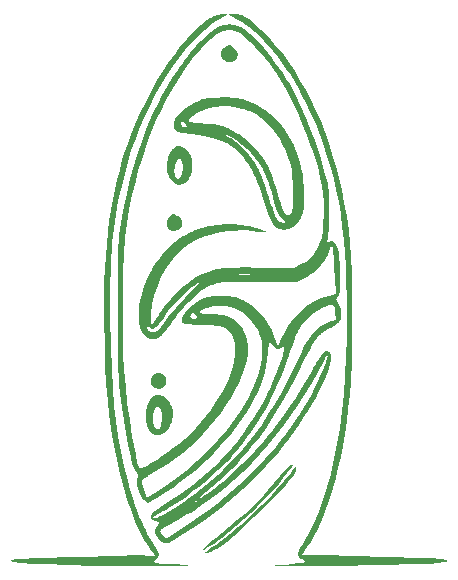
<source format=gbr>
%TF.GenerationSoftware,KiCad,Pcbnew,9.0.6*%
%TF.CreationDate,2025-12-07T15:32:32-06:00*%
%TF.ProjectId,Devboard,44657662-6f61-4726-942e-6b696361645f,rev?*%
%TF.SameCoordinates,Original*%
%TF.FileFunction,Legend,Bot*%
%TF.FilePolarity,Positive*%
%FSLAX46Y46*%
G04 Gerber Fmt 4.6, Leading zero omitted, Abs format (unit mm)*
G04 Created by KiCad (PCBNEW 9.0.6) date 2025-12-07 15:32:32*
%MOMM*%
%LPD*%
G01*
G04 APERTURE LIST*
%ADD10C,0.000000*%
G04 APERTURE END LIST*
D10*
G36*
X210939676Y-65903471D02*
G01*
X210961309Y-65905949D01*
X210982877Y-65910492D01*
X211004494Y-65917100D01*
X211026276Y-65925778D01*
X211048338Y-65936526D01*
X211070796Y-65949348D01*
X211093765Y-65964245D01*
X211117361Y-65981220D01*
X211141697Y-66000275D01*
X211166891Y-66021412D01*
X211220310Y-66069942D01*
X211278541Y-66126828D01*
X211342505Y-66192088D01*
X211405878Y-66256211D01*
X211461708Y-66319032D01*
X211486790Y-66349999D01*
X211509979Y-66380696D01*
X211531273Y-66411139D01*
X211550671Y-66441346D01*
X211568170Y-66471337D01*
X211583767Y-66501129D01*
X211597460Y-66530740D01*
X211609248Y-66560188D01*
X211619127Y-66589492D01*
X211627096Y-66618669D01*
X211633153Y-66647737D01*
X211637294Y-66676715D01*
X211639519Y-66705621D01*
X211639823Y-66734472D01*
X211638207Y-66763288D01*
X211634666Y-66792085D01*
X211629199Y-66820882D01*
X211621803Y-66849697D01*
X211612477Y-66878548D01*
X211601217Y-66907454D01*
X211588023Y-66936432D01*
X211572890Y-66965500D01*
X211555818Y-66994677D01*
X211536804Y-67023980D01*
X211515846Y-67053428D01*
X211492941Y-67083039D01*
X211468087Y-67112831D01*
X211441282Y-67142821D01*
X211416406Y-67169699D01*
X211390434Y-67194770D01*
X211363432Y-67218037D01*
X211335463Y-67239502D01*
X211306588Y-67259167D01*
X211276873Y-67277035D01*
X211246381Y-67293108D01*
X211215173Y-67307388D01*
X211183315Y-67319878D01*
X211150869Y-67330579D01*
X211117898Y-67339494D01*
X211084466Y-67346625D01*
X211050637Y-67351974D01*
X211016472Y-67355545D01*
X210982037Y-67357338D01*
X210947393Y-67357357D01*
X210912604Y-67355603D01*
X210877735Y-67352078D01*
X210842847Y-67346786D01*
X210808004Y-67339728D01*
X210773270Y-67330907D01*
X210738708Y-67320324D01*
X210704381Y-67307982D01*
X210670352Y-67293884D01*
X210636685Y-67278032D01*
X210603443Y-67260427D01*
X210570689Y-67241072D01*
X210538487Y-67219970D01*
X210506900Y-67197122D01*
X210475992Y-67172531D01*
X210445824Y-67146199D01*
X210416462Y-67118129D01*
X210386257Y-67086841D01*
X210358151Y-67055491D01*
X210332142Y-67024092D01*
X210308231Y-66992655D01*
X210286419Y-66961190D01*
X210266704Y-66929710D01*
X210249088Y-66898225D01*
X210233569Y-66866747D01*
X210220149Y-66835287D01*
X210208827Y-66803856D01*
X210199603Y-66772466D01*
X210192477Y-66741128D01*
X210187448Y-66709854D01*
X210184518Y-66678654D01*
X210183686Y-66647540D01*
X210184952Y-66616523D01*
X210188317Y-66585614D01*
X210193779Y-66554826D01*
X210201339Y-66524169D01*
X210210997Y-66493654D01*
X210222754Y-66463292D01*
X210236608Y-66433096D01*
X210252561Y-66403077D01*
X210270611Y-66373244D01*
X210290760Y-66343611D01*
X210313007Y-66314188D01*
X210337351Y-66284987D01*
X210363794Y-66256018D01*
X210392335Y-66227294D01*
X210422974Y-66198825D01*
X210455711Y-66170623D01*
X210490546Y-66142699D01*
X210565362Y-66084246D01*
X210632998Y-66033913D01*
X210694375Y-65991719D01*
X210723005Y-65973681D01*
X210750417Y-65957683D01*
X210776725Y-65943730D01*
X210802045Y-65931822D01*
X210826493Y-65921963D01*
X210850183Y-65914154D01*
X210873231Y-65908398D01*
X210895753Y-65904698D01*
X210917863Y-65903055D01*
X210939676Y-65903471D01*
G37*
G36*
X216274255Y-101443987D02*
G01*
X216284698Y-101446703D01*
X216289272Y-101448690D01*
X216293403Y-101451101D01*
X216297083Y-101453936D01*
X216300301Y-101457199D01*
X216303048Y-101460891D01*
X216305317Y-101465016D01*
X216307097Y-101469574D01*
X216308379Y-101474568D01*
X216309416Y-101485876D01*
X216308355Y-101498955D01*
X216305124Y-101513826D01*
X216299650Y-101530505D01*
X216291861Y-101549010D01*
X216281684Y-101569361D01*
X216269047Y-101591574D01*
X216195738Y-101706359D01*
X216097560Y-101845416D01*
X215834771Y-102186942D01*
X215497031Y-102597343D01*
X215100690Y-103057808D01*
X214662098Y-103549526D01*
X214197607Y-104053688D01*
X213723565Y-104551483D01*
X213256324Y-105024102D01*
X213006287Y-105269087D01*
X212731905Y-105528939D01*
X212130797Y-106076317D01*
X211494385Y-106632376D01*
X210864050Y-107163258D01*
X210281174Y-107635105D01*
X209787141Y-108014059D01*
X209586372Y-108158120D01*
X209423332Y-108266261D01*
X209303194Y-108334249D01*
X209260830Y-108351863D01*
X209231130Y-108357852D01*
X209220742Y-108358853D01*
X209208220Y-108361807D01*
X209193745Y-108366642D01*
X209177497Y-108373286D01*
X209159657Y-108381667D01*
X209140407Y-108391711D01*
X209119927Y-108403347D01*
X209098397Y-108416502D01*
X209076000Y-108431105D01*
X209052915Y-108447081D01*
X209029324Y-108464361D01*
X209005407Y-108482870D01*
X208981346Y-108502536D01*
X208957320Y-108523288D01*
X208933512Y-108545053D01*
X208910102Y-108567758D01*
X208898601Y-108577922D01*
X208887258Y-108587577D01*
X208876087Y-108596722D01*
X208865102Y-108605353D01*
X208854315Y-108613469D01*
X208843741Y-108621067D01*
X208833393Y-108628145D01*
X208823285Y-108634701D01*
X208813430Y-108640732D01*
X208803842Y-108646237D01*
X208794534Y-108651213D01*
X208785520Y-108655657D01*
X208776813Y-108659568D01*
X208768428Y-108662943D01*
X208760377Y-108665780D01*
X208752674Y-108668076D01*
X208745333Y-108669830D01*
X208738367Y-108671039D01*
X208731791Y-108671701D01*
X208725616Y-108671814D01*
X208719858Y-108671375D01*
X208714529Y-108670382D01*
X208709643Y-108668833D01*
X208705214Y-108666725D01*
X208701256Y-108664057D01*
X208697781Y-108660826D01*
X208694803Y-108657029D01*
X208692336Y-108652665D01*
X208690394Y-108647732D01*
X208688990Y-108642226D01*
X208688138Y-108636146D01*
X208687851Y-108629490D01*
X208697922Y-108597010D01*
X208728486Y-108550223D01*
X208780066Y-108488713D01*
X208853188Y-108412065D01*
X209066154Y-108211688D01*
X209371579Y-107945765D01*
X209773660Y-107610967D01*
X210276592Y-107203967D01*
X211601796Y-106160047D01*
X211925380Y-105897259D01*
X212241150Y-105625065D01*
X212552869Y-105339849D01*
X212864299Y-105037993D01*
X213179202Y-104715880D01*
X213501339Y-104369892D01*
X213834473Y-103996412D01*
X214182365Y-103591823D01*
X214454969Y-103266069D01*
X214721785Y-102951311D01*
X214975868Y-102655074D01*
X215210272Y-102384883D01*
X215418052Y-102148260D01*
X215592264Y-101952731D01*
X215725961Y-101805819D01*
X215812198Y-101715048D01*
X215842174Y-101687921D01*
X215871860Y-101662114D01*
X215901185Y-101637645D01*
X215930076Y-101614533D01*
X215958460Y-101592796D01*
X215986265Y-101572451D01*
X216013419Y-101553517D01*
X216039850Y-101536012D01*
X216065485Y-101519954D01*
X216090252Y-101505361D01*
X216114078Y-101492251D01*
X216136892Y-101480642D01*
X216158620Y-101470553D01*
X216179191Y-101462001D01*
X216198532Y-101455004D01*
X216216570Y-101449581D01*
X216233234Y-101445750D01*
X216248451Y-101443528D01*
X216262149Y-101442934D01*
X216274255Y-101443987D01*
G37*
G36*
X206177377Y-80221899D02*
G01*
X206193965Y-80223321D01*
X206211293Y-80226080D01*
X206229498Y-80230150D01*
X206248717Y-80235506D01*
X206290754Y-80249979D01*
X206338506Y-80269298D01*
X206393077Y-80293266D01*
X206527087Y-80354351D01*
X206560108Y-80370360D01*
X206592013Y-80388225D01*
X206622768Y-80407848D01*
X206652344Y-80429134D01*
X206680708Y-80451984D01*
X206707828Y-80476301D01*
X206733673Y-80501989D01*
X206758212Y-80528949D01*
X206781412Y-80557085D01*
X206803242Y-80586299D01*
X206823670Y-80616494D01*
X206842665Y-80647574D01*
X206860195Y-80679440D01*
X206876228Y-80711996D01*
X206890733Y-80745144D01*
X206903678Y-80778787D01*
X206915031Y-80812828D01*
X206924761Y-80847170D01*
X206932836Y-80881716D01*
X206939224Y-80916367D01*
X206943894Y-80951028D01*
X206946815Y-80985600D01*
X206947953Y-81019987D01*
X206947279Y-81054092D01*
X206944759Y-81087816D01*
X206940364Y-81121064D01*
X206934060Y-81153737D01*
X206925816Y-81185739D01*
X206915600Y-81216972D01*
X206903382Y-81247339D01*
X206889129Y-81276744D01*
X206872809Y-81305087D01*
X206857508Y-81326189D01*
X206839530Y-81347724D01*
X206819092Y-81369549D01*
X206796411Y-81391518D01*
X206771705Y-81413487D01*
X206745189Y-81435312D01*
X206717083Y-81456847D01*
X206687601Y-81477948D01*
X206656962Y-81498471D01*
X206625383Y-81518270D01*
X206593080Y-81537200D01*
X206560271Y-81555118D01*
X206527172Y-81571879D01*
X206494001Y-81587337D01*
X206460975Y-81601348D01*
X206428311Y-81613767D01*
X206366512Y-81632550D01*
X206306219Y-81645091D01*
X206247563Y-81651658D01*
X206190675Y-81652521D01*
X206135685Y-81647950D01*
X206082727Y-81638212D01*
X206031929Y-81623577D01*
X205983424Y-81604314D01*
X205937343Y-81580693D01*
X205893816Y-81552981D01*
X205852976Y-81521449D01*
X205814952Y-81486365D01*
X205779877Y-81447998D01*
X205747880Y-81406617D01*
X205719094Y-81362492D01*
X205693650Y-81315891D01*
X205671678Y-81267084D01*
X205653311Y-81216339D01*
X205638678Y-81163925D01*
X205627911Y-81110112D01*
X205621141Y-81055169D01*
X205618500Y-80999364D01*
X205620118Y-80942967D01*
X205626126Y-80886247D01*
X205636656Y-80829472D01*
X205651839Y-80772912D01*
X205671806Y-80716836D01*
X205696689Y-80661513D01*
X205726617Y-80607211D01*
X205761722Y-80554201D01*
X205802137Y-80502751D01*
X205847990Y-80453129D01*
X205945538Y-80356208D01*
X205985784Y-80318102D01*
X206021816Y-80286634D01*
X206038597Y-80273327D01*
X206054737Y-80261605D01*
X206070376Y-80251443D01*
X206085650Y-80242816D01*
X206100699Y-80235699D01*
X206115659Y-80230068D01*
X206130669Y-80225897D01*
X206145867Y-80223162D01*
X206161391Y-80221837D01*
X206177377Y-80221899D01*
G37*
G36*
X204936611Y-95536420D02*
G01*
X204998192Y-95542176D01*
X205059565Y-95552150D01*
X205120594Y-95566257D01*
X205181144Y-95584411D01*
X205241079Y-95606526D01*
X205300263Y-95632515D01*
X205358561Y-95662295D01*
X205415838Y-95695777D01*
X205471956Y-95732877D01*
X205526782Y-95773508D01*
X205580178Y-95817584D01*
X205632010Y-95865020D01*
X205682142Y-95915730D01*
X205730438Y-95969628D01*
X205776763Y-96026628D01*
X205820981Y-96086643D01*
X205862955Y-96149589D01*
X205902552Y-96215378D01*
X205939634Y-96283926D01*
X205974067Y-96355146D01*
X206005714Y-96428953D01*
X206034440Y-96505260D01*
X206060110Y-96583981D01*
X206082587Y-96665032D01*
X206114695Y-96819449D01*
X206134997Y-96972154D01*
X206144057Y-97122666D01*
X206142442Y-97270504D01*
X206130717Y-97415186D01*
X206109446Y-97556230D01*
X206079195Y-97693154D01*
X206040530Y-97825478D01*
X205994014Y-97952720D01*
X205940215Y-98074397D01*
X205879696Y-98190029D01*
X205813023Y-98299134D01*
X205740761Y-98401230D01*
X205663475Y-98495837D01*
X205581732Y-98582471D01*
X205496095Y-98660652D01*
X205407130Y-98729898D01*
X205315402Y-98789728D01*
X205221477Y-98839660D01*
X205125919Y-98879213D01*
X205029294Y-98907904D01*
X204932168Y-98925252D01*
X204835104Y-98930777D01*
X204738670Y-98923996D01*
X204643429Y-98904427D01*
X204549947Y-98871589D01*
X204458789Y-98825001D01*
X204370520Y-98764181D01*
X204285706Y-98688648D01*
X204204912Y-98597919D01*
X204128703Y-98491514D01*
X204057644Y-98368951D01*
X204022437Y-98293665D01*
X203990864Y-98213916D01*
X203962868Y-98130089D01*
X203938391Y-98042568D01*
X203917379Y-97951737D01*
X203899773Y-97857980D01*
X203874557Y-97663227D01*
X203862291Y-97461385D01*
X203862306Y-97448148D01*
X204451529Y-97448148D01*
X204451826Y-97528823D01*
X204455071Y-97609051D01*
X204461147Y-97688381D01*
X204469936Y-97766364D01*
X204481320Y-97842550D01*
X204495182Y-97916488D01*
X204511404Y-97987729D01*
X204529869Y-98055823D01*
X204550459Y-98120320D01*
X204573057Y-98180770D01*
X204597545Y-98236723D01*
X204623806Y-98287729D01*
X204651721Y-98333339D01*
X204681174Y-98373102D01*
X204712046Y-98406569D01*
X204744221Y-98433290D01*
X204777581Y-98452814D01*
X204812007Y-98464692D01*
X204847383Y-98468474D01*
X204883591Y-98463710D01*
X204920514Y-98449950D01*
X204958033Y-98426744D01*
X204996032Y-98393643D01*
X205015310Y-98371411D01*
X205033773Y-98344275D01*
X205068186Y-98276514D01*
X205099127Y-98192799D01*
X205126450Y-98095574D01*
X205150011Y-97987280D01*
X205169665Y-97870358D01*
X205185268Y-97747251D01*
X205196675Y-97620399D01*
X205203741Y-97492246D01*
X205206321Y-97365232D01*
X205204271Y-97241798D01*
X205197446Y-97124388D01*
X205185702Y-97015443D01*
X205168893Y-96917404D01*
X205146875Y-96832712D01*
X205119504Y-96763811D01*
X205102247Y-96733534D01*
X205085193Y-96705212D01*
X205068329Y-96678849D01*
X205051642Y-96654446D01*
X205035118Y-96632005D01*
X205018742Y-96611528D01*
X205002503Y-96593019D01*
X204986385Y-96576479D01*
X204970376Y-96561910D01*
X204954462Y-96549316D01*
X204938629Y-96538697D01*
X204922865Y-96530056D01*
X204907154Y-96523396D01*
X204891484Y-96518719D01*
X204875841Y-96516026D01*
X204860212Y-96515321D01*
X204844583Y-96516606D01*
X204828940Y-96519882D01*
X204813270Y-96525153D01*
X204797560Y-96532419D01*
X204781795Y-96541685D01*
X204765962Y-96552951D01*
X204750048Y-96566220D01*
X204734039Y-96581495D01*
X204717922Y-96598778D01*
X204701682Y-96618070D01*
X204685307Y-96639374D01*
X204668783Y-96662693D01*
X204652096Y-96688029D01*
X204635232Y-96715383D01*
X204618179Y-96744759D01*
X204600922Y-96776158D01*
X204569395Y-96840617D01*
X204541874Y-96908677D01*
X204518243Y-96979889D01*
X204498382Y-97053802D01*
X204482175Y-97129967D01*
X204469503Y-97207934D01*
X204460250Y-97287253D01*
X204454298Y-97367474D01*
X204451529Y-97448148D01*
X203862306Y-97448148D01*
X203862523Y-97255527D01*
X203874801Y-97048729D01*
X203898673Y-96844065D01*
X203933686Y-96644610D01*
X203979388Y-96453439D01*
X204035328Y-96273627D01*
X204101052Y-96108248D01*
X204137442Y-96031932D01*
X204176109Y-95960377D01*
X204216996Y-95893968D01*
X204260047Y-95833089D01*
X204305205Y-95778124D01*
X204352413Y-95729458D01*
X204401615Y-95687475D01*
X204452755Y-95652560D01*
X204511117Y-95621473D01*
X204570355Y-95595292D01*
X204630335Y-95573931D01*
X204690921Y-95557304D01*
X204751978Y-95545325D01*
X204813368Y-95537909D01*
X204874958Y-95534969D01*
X204936611Y-95536420D01*
G37*
G36*
X211024882Y-64172985D02*
G01*
X211157537Y-64183590D01*
X211289395Y-64202080D01*
X211420060Y-64228493D01*
X211549133Y-64262864D01*
X211676217Y-64305230D01*
X211800913Y-64355626D01*
X211922824Y-64414088D01*
X212165683Y-64554408D01*
X212425129Y-64737358D01*
X212698935Y-64960135D01*
X212984878Y-65219936D01*
X213280732Y-65513957D01*
X213584273Y-65839395D01*
X213893276Y-66193446D01*
X214205517Y-66573307D01*
X214518771Y-66976175D01*
X214830812Y-67399245D01*
X215139417Y-67839715D01*
X215442361Y-68294781D01*
X215737420Y-68761639D01*
X216022367Y-69237486D01*
X216294980Y-69719519D01*
X216553032Y-70204935D01*
X217003585Y-71130808D01*
X217441839Y-72122806D01*
X217858968Y-73155608D01*
X218246145Y-74203892D01*
X218594544Y-75242337D01*
X218895339Y-76245621D01*
X219139703Y-77188423D01*
X219237965Y-77629230D01*
X219318810Y-78045421D01*
X219342124Y-78220784D01*
X219361205Y-78437204D01*
X219387105Y-78968761D01*
X219397379Y-79591186D01*
X219392893Y-80255573D01*
X219374517Y-80913014D01*
X219343119Y-81514604D01*
X219299565Y-82011435D01*
X219273502Y-82205282D01*
X219244725Y-82354600D01*
X219229705Y-82411218D01*
X219217162Y-82460854D01*
X219207259Y-82503762D01*
X219200160Y-82540195D01*
X219197713Y-82556062D01*
X219196028Y-82570405D01*
X219195125Y-82583257D01*
X219195024Y-82594648D01*
X219195746Y-82604610D01*
X219197312Y-82613175D01*
X219199741Y-82620374D01*
X219203055Y-82626239D01*
X219207272Y-82630802D01*
X219212414Y-82634095D01*
X219218502Y-82636148D01*
X219225554Y-82636995D01*
X219233593Y-82636665D01*
X219242637Y-82635192D01*
X219252708Y-82632606D01*
X219263826Y-82628940D01*
X219276010Y-82624225D01*
X219289283Y-82618492D01*
X219319171Y-82604101D01*
X219353653Y-82586020D01*
X219392892Y-82564503D01*
X219428819Y-82547303D01*
X219462683Y-82532816D01*
X219494740Y-82521150D01*
X219510168Y-82516409D01*
X219525240Y-82512414D01*
X219539986Y-82509179D01*
X219554438Y-82506717D01*
X219568628Y-82505041D01*
X219582587Y-82504166D01*
X219596348Y-82504105D01*
X219609941Y-82504872D01*
X219623398Y-82506479D01*
X219636751Y-82508941D01*
X219650032Y-82512272D01*
X219663273Y-82516483D01*
X219676504Y-82521591D01*
X219689758Y-82527607D01*
X219703066Y-82534545D01*
X219716460Y-82542420D01*
X219729971Y-82551244D01*
X219743632Y-82561031D01*
X219757474Y-82571795D01*
X219771528Y-82583549D01*
X219785826Y-82596307D01*
X219800400Y-82610082D01*
X219830503Y-82640739D01*
X219862088Y-82675629D01*
X219919845Y-82746577D01*
X219972827Y-82825918D01*
X220021179Y-82914808D01*
X220065045Y-83014406D01*
X220104571Y-83125868D01*
X220139900Y-83250354D01*
X220171178Y-83389019D01*
X220198549Y-83543021D01*
X220222158Y-83713519D01*
X220242150Y-83901670D01*
X220271860Y-84335558D01*
X220288838Y-84853948D01*
X220294239Y-85466100D01*
X220293787Y-85698361D01*
X220292358Y-85909660D01*
X220289844Y-86101027D01*
X220286137Y-86273493D01*
X220281126Y-86428090D01*
X220274706Y-86565848D01*
X220266765Y-86687798D01*
X220257198Y-86794971D01*
X220245893Y-86888398D01*
X220232744Y-86969110D01*
X220225444Y-87005020D01*
X220217642Y-87038138D01*
X220209324Y-87068593D01*
X220200477Y-87096513D01*
X220191088Y-87122028D01*
X220181143Y-87145266D01*
X220170627Y-87166356D01*
X220159529Y-87185427D01*
X220147834Y-87202608D01*
X220135528Y-87218029D01*
X220122598Y-87231816D01*
X220109031Y-87244100D01*
X220080831Y-87268789D01*
X220056483Y-87292283D01*
X220036078Y-87315127D01*
X220027383Y-87326474D01*
X220019707Y-87337862D01*
X220013062Y-87349358D01*
X220007459Y-87361031D01*
X220002910Y-87372948D01*
X219999425Y-87385177D01*
X219997017Y-87397786D01*
X219995697Y-87410842D01*
X219995475Y-87424414D01*
X219996363Y-87438569D01*
X219998372Y-87453375D01*
X220001515Y-87468901D01*
X220005801Y-87485213D01*
X220011242Y-87502379D01*
X220025636Y-87539548D01*
X220044787Y-87580948D01*
X220068786Y-87627124D01*
X220097721Y-87678617D01*
X220131685Y-87735970D01*
X220170768Y-87799726D01*
X220223142Y-87891932D01*
X220269112Y-87987539D01*
X220308644Y-88085894D01*
X220341701Y-88186348D01*
X220368246Y-88288249D01*
X220388244Y-88390945D01*
X220401658Y-88493787D01*
X220408453Y-88596121D01*
X220408591Y-88697299D01*
X220402038Y-88796668D01*
X220388756Y-88893577D01*
X220368710Y-88987375D01*
X220341863Y-89077411D01*
X220308180Y-89163034D01*
X220288763Y-89203987D01*
X220267623Y-89243593D01*
X220244756Y-89281770D01*
X220220158Y-89318436D01*
X220198381Y-89347475D01*
X220170383Y-89378846D01*
X220136597Y-89412279D01*
X220097458Y-89447503D01*
X220053398Y-89484246D01*
X220004854Y-89522237D01*
X219952257Y-89561205D01*
X219896044Y-89600878D01*
X219774501Y-89681255D01*
X219643697Y-89761199D01*
X219507106Y-89838537D01*
X219368200Y-89911101D01*
X219297676Y-89945472D01*
X219225362Y-89983497D01*
X219151782Y-90024777D01*
X219077461Y-90068914D01*
X219002922Y-90115512D01*
X218928691Y-90164171D01*
X218855292Y-90214495D01*
X218783249Y-90266084D01*
X218713087Y-90318542D01*
X218645331Y-90371470D01*
X218580505Y-90424470D01*
X218519134Y-90477145D01*
X218461742Y-90529096D01*
X218408853Y-90579926D01*
X218360993Y-90629237D01*
X218318686Y-90676630D01*
X218222512Y-90815319D01*
X218086403Y-91038364D01*
X217916725Y-91334046D01*
X217719845Y-91690644D01*
X217269943Y-92539708D01*
X216787630Y-93491795D01*
X216374134Y-94316783D01*
X215965503Y-95099177D01*
X215559368Y-95842106D01*
X215153359Y-96548698D01*
X214745108Y-97222083D01*
X214332245Y-97865390D01*
X213912400Y-98481747D01*
X213483204Y-99074284D01*
X213042289Y-99646130D01*
X212587283Y-100200414D01*
X212115819Y-100740264D01*
X211625526Y-101268809D01*
X211114036Y-101789180D01*
X210578978Y-102304504D01*
X210017985Y-102817911D01*
X209428685Y-103332530D01*
X208921991Y-103766227D01*
X208535248Y-104100374D01*
X208384190Y-104232648D01*
X208259919Y-104343074D01*
X208161368Y-104432664D01*
X208087468Y-104502430D01*
X208037154Y-104553387D01*
X208020507Y-104572128D01*
X208009357Y-104586546D01*
X208003570Y-104596768D01*
X208002645Y-104600345D01*
X208003012Y-104602920D01*
X208004652Y-104604510D01*
X208007550Y-104605130D01*
X208017050Y-104603523D01*
X208031379Y-104598227D01*
X208050405Y-104589368D01*
X208102009Y-104561466D01*
X208170796Y-104520831D01*
X208255698Y-104468476D01*
X208565877Y-104269522D01*
X208897200Y-104040182D01*
X209246790Y-103783061D01*
X209611771Y-103500763D01*
X209989269Y-103195892D01*
X210376407Y-102871054D01*
X211168100Y-102171893D01*
X211963845Y-101424114D01*
X212740634Y-100648554D01*
X213114731Y-100256867D01*
X213475462Y-99866049D01*
X213819952Y-99478703D01*
X214145323Y-99097434D01*
X214591078Y-98547477D01*
X215067507Y-97920397D01*
X215561300Y-97236308D01*
X216059144Y-96515321D01*
X216547727Y-95777550D01*
X217013739Y-95043108D01*
X217443866Y-94332105D01*
X217824797Y-93664656D01*
X217985615Y-93375003D01*
X218130897Y-93116170D01*
X218261890Y-92886565D01*
X218379842Y-92684596D01*
X218486002Y-92508672D01*
X218535050Y-92429980D01*
X218581618Y-92357202D01*
X218625861Y-92290139D01*
X218667937Y-92228593D01*
X218708000Y-92172364D01*
X218746207Y-92121254D01*
X218782714Y-92075064D01*
X218817677Y-92033594D01*
X218851252Y-91996645D01*
X218883594Y-91964020D01*
X218914861Y-91935518D01*
X218945207Y-91910941D01*
X218974789Y-91890090D01*
X219003763Y-91872766D01*
X219032285Y-91858770D01*
X219060510Y-91847903D01*
X219088596Y-91839966D01*
X219116697Y-91834760D01*
X219144970Y-91832086D01*
X219173571Y-91831746D01*
X219202656Y-91833539D01*
X219232381Y-91837268D01*
X219270028Y-91842956D01*
X219304366Y-91850941D01*
X219335557Y-91861495D01*
X219363763Y-91874888D01*
X219376798Y-91882734D01*
X219389148Y-91891392D01*
X219400833Y-91900895D01*
X219411874Y-91911278D01*
X219422290Y-91922574D01*
X219432103Y-91934818D01*
X219441333Y-91948043D01*
X219450000Y-91962283D01*
X219465726Y-91993944D01*
X219479445Y-92030072D01*
X219491319Y-92070939D01*
X219501511Y-92116817D01*
X219510183Y-92167975D01*
X219517499Y-92224686D01*
X219523622Y-92287221D01*
X219528713Y-92355852D01*
X219523296Y-92622188D01*
X219467435Y-92945262D01*
X219364223Y-93319594D01*
X219216753Y-93739704D01*
X219028117Y-94200111D01*
X218801408Y-94695336D01*
X218539720Y-95219897D01*
X218246145Y-95768314D01*
X217923776Y-96335108D01*
X217575706Y-96914797D01*
X217205027Y-97501903D01*
X216814832Y-98090943D01*
X216408215Y-98676438D01*
X215988267Y-99252909D01*
X215558083Y-99814873D01*
X215120754Y-100356852D01*
X214637693Y-100909486D01*
X214066803Y-101522891D01*
X213433694Y-102172181D01*
X212763978Y-102832468D01*
X212083265Y-103478865D01*
X211417166Y-104086483D01*
X210791293Y-104630437D01*
X210231255Y-105085839D01*
X209560863Y-105595138D01*
X208843157Y-106115868D01*
X208115322Y-106623575D01*
X207414544Y-107093807D01*
X206778011Y-107502109D01*
X206242909Y-107824029D01*
X206025015Y-107944954D01*
X205846423Y-108035114D01*
X205711782Y-108091451D01*
X205662396Y-108105981D01*
X205625741Y-108110909D01*
X205593505Y-108109022D01*
X205559432Y-108103482D01*
X205523708Y-108094468D01*
X205486521Y-108082163D01*
X205448059Y-108066747D01*
X205408509Y-108048401D01*
X205326899Y-108003643D01*
X205243190Y-107949334D01*
X205158885Y-107886923D01*
X205075484Y-107817856D01*
X204994488Y-107743579D01*
X204917399Y-107665541D01*
X204845719Y-107585187D01*
X204780947Y-107503966D01*
X204724586Y-107423323D01*
X204678136Y-107344705D01*
X204659097Y-107306609D01*
X204643099Y-107269561D01*
X204630329Y-107233743D01*
X204620976Y-107199336D01*
X204615226Y-107166520D01*
X204613268Y-107135477D01*
X204614263Y-107111491D01*
X204616271Y-107093887D01*
X205083451Y-107093887D01*
X205084301Y-107106363D01*
X205086076Y-107118936D01*
X205088754Y-107131629D01*
X205096739Y-107157470D01*
X205108088Y-107184070D01*
X205122633Y-107211615D01*
X205140208Y-107240291D01*
X205160646Y-107270283D01*
X205183778Y-107301776D01*
X205209438Y-107334955D01*
X205267671Y-107407115D01*
X205539310Y-107765187D01*
X207576601Y-106382295D01*
X208425738Y-105795923D01*
X209188493Y-105249630D01*
X209882663Y-104729093D01*
X210526044Y-104219988D01*
X211136436Y-103707988D01*
X211731635Y-103178770D01*
X212329438Y-102618010D01*
X212947643Y-102011381D01*
X213439753Y-101505163D01*
X213920035Y-100987478D01*
X214387655Y-100459591D01*
X214841784Y-99922770D01*
X215281587Y-99378281D01*
X215706234Y-98827388D01*
X216114892Y-98271359D01*
X216506730Y-97711459D01*
X216880915Y-97148955D01*
X217236615Y-96585112D01*
X217572998Y-96021197D01*
X217889233Y-95458476D01*
X218184487Y-94898214D01*
X218457929Y-94341679D01*
X218708725Y-93790135D01*
X218936045Y-93244849D01*
X219018241Y-93031731D01*
X219088915Y-92837512D01*
X219148123Y-92663154D01*
X219195917Y-92509612D01*
X219232353Y-92377848D01*
X219257484Y-92268818D01*
X219271366Y-92183482D01*
X219274105Y-92149998D01*
X219274052Y-92122798D01*
X219271213Y-92102000D01*
X219265596Y-92087724D01*
X219257207Y-92080091D01*
X219246053Y-92079220D01*
X219232141Y-92085232D01*
X219215478Y-92098245D01*
X219196069Y-92118379D01*
X219173923Y-92145755D01*
X219121444Y-92222711D01*
X219058095Y-92330071D01*
X218983930Y-92468794D01*
X218899003Y-92639837D01*
X218413459Y-93597202D01*
X217897528Y-94537619D01*
X217352370Y-95459769D01*
X216779140Y-96362331D01*
X216178998Y-97243985D01*
X215553100Y-98103410D01*
X214902604Y-98939287D01*
X214228668Y-99750294D01*
X213532448Y-100535111D01*
X212815104Y-101292418D01*
X212077791Y-102020896D01*
X211321668Y-102719222D01*
X210547893Y-103386078D01*
X209757623Y-104020142D01*
X208952015Y-104620095D01*
X208132227Y-105184615D01*
X207894519Y-105337750D01*
X207640460Y-105497541D01*
X207378009Y-105659067D01*
X207115124Y-105817411D01*
X206859763Y-105967652D01*
X206619884Y-106104870D01*
X206403446Y-106224146D01*
X206218407Y-106320561D01*
X205994487Y-106436129D01*
X205798747Y-106538421D01*
X205629846Y-106628921D01*
X205555043Y-106670212D01*
X205486449Y-106709111D01*
X205423895Y-106745804D01*
X205367215Y-106780475D01*
X205316241Y-106813311D01*
X205270806Y-106844496D01*
X205230743Y-106874217D01*
X205195885Y-106902657D01*
X205166063Y-106930004D01*
X205141112Y-106956441D01*
X205120863Y-106982156D01*
X205112450Y-106994799D01*
X205105149Y-107007332D01*
X205098941Y-107019776D01*
X205093804Y-107032155D01*
X205089717Y-107044492D01*
X205086659Y-107056811D01*
X205084609Y-107069134D01*
X205083547Y-107081485D01*
X205083451Y-107093887D01*
X204616271Y-107093887D01*
X204617175Y-107085968D01*
X204621895Y-107059106D01*
X204628316Y-107031105D01*
X204636329Y-107002163D01*
X204645824Y-106972480D01*
X204656694Y-106942253D01*
X204668831Y-106911684D01*
X204682125Y-106880969D01*
X204696467Y-106850309D01*
X204711751Y-106819902D01*
X204727866Y-106789947D01*
X204744705Y-106760643D01*
X204762158Y-106732190D01*
X204780118Y-106704785D01*
X204798476Y-106678628D01*
X204841731Y-106621275D01*
X204878854Y-106569384D01*
X204909791Y-106522630D01*
X204922923Y-106501078D01*
X204934489Y-106480687D01*
X204944480Y-106461418D01*
X204952892Y-106443229D01*
X204959716Y-106426081D01*
X204964947Y-106409932D01*
X204968577Y-106394741D01*
X204970599Y-106380469D01*
X204971007Y-106367073D01*
X204969794Y-106354514D01*
X204966954Y-106342751D01*
X204962478Y-106331743D01*
X204956362Y-106321449D01*
X204948597Y-106311829D01*
X204939177Y-106302842D01*
X204928095Y-106294448D01*
X204915345Y-106286605D01*
X204900920Y-106279273D01*
X204884813Y-106272411D01*
X204867016Y-106265979D01*
X204847525Y-106259935D01*
X204826330Y-106254240D01*
X204778807Y-106243731D01*
X204724393Y-106234127D01*
X204696214Y-106228505D01*
X204667384Y-106220984D01*
X204638119Y-106211691D01*
X204608638Y-106200752D01*
X204579157Y-106188293D01*
X204549892Y-106174442D01*
X204521062Y-106159325D01*
X204492883Y-106143068D01*
X204465572Y-106125798D01*
X204439346Y-106107642D01*
X204414423Y-106088727D01*
X204391018Y-106069178D01*
X204369350Y-106049122D01*
X204349636Y-106028687D01*
X204332092Y-106007999D01*
X204316935Y-105987184D01*
X204287906Y-105931736D01*
X204278576Y-105900754D01*
X204489796Y-105900754D01*
X204490664Y-105928783D01*
X204493848Y-105952507D01*
X204500214Y-105971672D01*
X204504862Y-105979467D01*
X204510632Y-105986027D01*
X204517632Y-105991321D01*
X204525970Y-105995318D01*
X204535755Y-105997985D01*
X204547095Y-105999291D01*
X204574876Y-105997693D01*
X204610182Y-105990271D01*
X204653879Y-105976773D01*
X204706837Y-105956944D01*
X204769924Y-105930531D01*
X204844007Y-105897281D01*
X205028637Y-105809259D01*
X205267671Y-105690851D01*
X205697810Y-105461620D01*
X206143649Y-105201496D01*
X206602365Y-104912868D01*
X207071137Y-104598122D01*
X207547144Y-104259647D01*
X208027565Y-103899829D01*
X208509577Y-103521056D01*
X208990359Y-103125716D01*
X209467089Y-102716196D01*
X209936947Y-102294883D01*
X210397110Y-101864165D01*
X210844757Y-101426429D01*
X211277066Y-100984064D01*
X211691217Y-100539455D01*
X212084387Y-100094991D01*
X212453754Y-99653060D01*
X213062338Y-98873159D01*
X213650664Y-98055638D01*
X214223941Y-97191815D01*
X214787380Y-96273008D01*
X215346188Y-95290536D01*
X215905575Y-94235716D01*
X216470749Y-93099868D01*
X217046921Y-91874311D01*
X217164406Y-91627902D01*
X217285328Y-91393395D01*
X217409650Y-91170825D01*
X217537337Y-90960229D01*
X217668351Y-90761643D01*
X217802657Y-90575102D01*
X217940219Y-90400643D01*
X218081000Y-90238302D01*
X218224965Y-90088116D01*
X218372077Y-89950120D01*
X218522299Y-89824351D01*
X218675596Y-89710844D01*
X218831932Y-89609637D01*
X218991271Y-89520765D01*
X219153575Y-89444264D01*
X219318810Y-89380171D01*
X219936173Y-89157920D01*
X219899130Y-88540560D01*
X219889113Y-88411993D01*
X219876871Y-88299162D01*
X219861338Y-88201596D01*
X219852003Y-88158390D01*
X219841445Y-88118825D01*
X219829531Y-88082840D01*
X219816127Y-88050378D01*
X219801099Y-88021380D01*
X219784315Y-87995786D01*
X219765641Y-87973539D01*
X219744944Y-87954579D01*
X219722089Y-87938847D01*
X219696944Y-87926285D01*
X219669376Y-87916834D01*
X219639251Y-87910435D01*
X219606435Y-87907029D01*
X219570795Y-87906558D01*
X219532199Y-87908963D01*
X219490511Y-87914185D01*
X219445600Y-87922165D01*
X219397332Y-87932844D01*
X219290189Y-87962066D01*
X219168016Y-88001381D01*
X219029746Y-88050317D01*
X218874311Y-88108406D01*
X218743330Y-88164448D01*
X218610124Y-88230311D01*
X218475362Y-88305398D01*
X218339715Y-88389113D01*
X218203850Y-88480858D01*
X218068437Y-88580037D01*
X217934146Y-88686053D01*
X217801645Y-88798308D01*
X217671605Y-88916207D01*
X217544693Y-89039151D01*
X217421579Y-89166545D01*
X217302933Y-89297792D01*
X217189423Y-89432294D01*
X217081720Y-89569454D01*
X216980491Y-89708677D01*
X216886407Y-89849364D01*
X216811166Y-89986679D01*
X216717404Y-90188528D01*
X216608594Y-90445360D01*
X216488209Y-90747625D01*
X216359721Y-91085775D01*
X216226603Y-91450259D01*
X216092327Y-91831529D01*
X215960367Y-92220033D01*
X215752240Y-92828139D01*
X215535087Y-93421234D01*
X215308566Y-93999932D01*
X215072331Y-94564847D01*
X214826041Y-95116596D01*
X214569351Y-95655792D01*
X214301917Y-96183051D01*
X214023396Y-96698987D01*
X213733444Y-97204217D01*
X213431718Y-97699353D01*
X213117873Y-98185013D01*
X212791567Y-98661810D01*
X212452455Y-99130359D01*
X212100195Y-99591276D01*
X211734442Y-100045174D01*
X211354852Y-100492671D01*
X211034421Y-100848338D01*
X210694999Y-101205795D01*
X210338720Y-101563361D01*
X209967718Y-101919354D01*
X209584128Y-102272091D01*
X209190084Y-102619890D01*
X208787720Y-102961070D01*
X208379170Y-103293947D01*
X207966570Y-103616841D01*
X207552051Y-103928069D01*
X207137750Y-104225949D01*
X206725800Y-104508799D01*
X206318336Y-104774937D01*
X205917491Y-105022680D01*
X205525401Y-105250347D01*
X205144198Y-105456256D01*
X205077841Y-105491090D01*
X205013274Y-105525997D01*
X204950842Y-105560760D01*
X204890887Y-105595161D01*
X204833754Y-105628983D01*
X204779787Y-105662009D01*
X204729328Y-105694023D01*
X204682721Y-105724807D01*
X204640311Y-105754144D01*
X204602440Y-105781816D01*
X204569453Y-105807608D01*
X204541693Y-105831302D01*
X204519504Y-105852680D01*
X204510605Y-105862434D01*
X204503229Y-105871527D01*
X204497416Y-105879932D01*
X204493212Y-105887624D01*
X204490657Y-105894573D01*
X204489796Y-105900754D01*
X204278576Y-105900754D01*
X204271067Y-105875818D01*
X204267613Y-105818380D01*
X204278736Y-105758375D01*
X204305631Y-105694752D01*
X204349491Y-105626462D01*
X204411511Y-105552457D01*
X204492883Y-105471688D01*
X204594802Y-105383105D01*
X204718461Y-105285660D01*
X204865054Y-105178303D01*
X205035775Y-105059986D01*
X205454374Y-104786273D01*
X205983809Y-104456129D01*
X206624569Y-104042259D01*
X207250027Y-103606703D01*
X207859641Y-103150058D01*
X208452868Y-102672920D01*
X209029166Y-102175887D01*
X209587993Y-101659556D01*
X210128805Y-101124522D01*
X210651060Y-100571384D01*
X211154215Y-100000738D01*
X211637728Y-99413181D01*
X212101057Y-98809309D01*
X212543657Y-98189720D01*
X212964988Y-97555011D01*
X213364506Y-96905778D01*
X213741669Y-96242618D01*
X214095935Y-95566128D01*
X214223944Y-95306315D01*
X214356601Y-95021380D01*
X214627830Y-94398352D01*
X214893561Y-93741465D01*
X215137732Y-93095141D01*
X215344283Y-92503801D01*
X215428432Y-92242631D01*
X215497152Y-92011866D01*
X215548438Y-91817056D01*
X215580279Y-91663756D01*
X215590670Y-91557518D01*
X215587194Y-91523782D01*
X215577603Y-91503894D01*
X215573772Y-91499551D01*
X215569244Y-91495775D01*
X215564041Y-91492556D01*
X215558189Y-91489882D01*
X215551714Y-91487741D01*
X215544639Y-91486123D01*
X215528792Y-91484408D01*
X215510847Y-91484646D01*
X215491002Y-91486747D01*
X215469458Y-91490620D01*
X215446412Y-91496176D01*
X215422064Y-91503323D01*
X215396613Y-91511972D01*
X215370257Y-91522031D01*
X215343196Y-91533410D01*
X215315629Y-91546020D01*
X215287754Y-91559769D01*
X215259771Y-91574566D01*
X215231878Y-91590323D01*
X215187780Y-91616036D01*
X215147642Y-91637445D01*
X215110797Y-91654295D01*
X215093399Y-91660932D01*
X215076574Y-91666335D01*
X215060237Y-91670472D01*
X215044304Y-91673311D01*
X215028693Y-91674820D01*
X215013319Y-91674968D01*
X214998098Y-91673724D01*
X214982948Y-91671056D01*
X214967784Y-91666931D01*
X214952523Y-91661319D01*
X214937081Y-91654188D01*
X214921375Y-91645505D01*
X214905320Y-91635240D01*
X214888834Y-91623361D01*
X214871832Y-91609836D01*
X214854231Y-91594633D01*
X214816897Y-91559069D01*
X214776162Y-91516415D01*
X214731358Y-91466417D01*
X214681816Y-91408823D01*
X214626865Y-91343380D01*
X214281143Y-90935921D01*
X214207059Y-92022477D01*
X214155201Y-92546112D01*
X214064801Y-93079225D01*
X213936382Y-93620875D01*
X213770470Y-94170122D01*
X213567588Y-94726024D01*
X213328261Y-95287642D01*
X213053014Y-95854035D01*
X212742371Y-96424262D01*
X212396857Y-96997383D01*
X212016996Y-97572457D01*
X211603313Y-98148544D01*
X211156332Y-98724704D01*
X210676578Y-99299995D01*
X210164575Y-99873477D01*
X209620849Y-100444211D01*
X209045922Y-101011254D01*
X208555722Y-101461446D01*
X207992742Y-101945785D01*
X207384906Y-102442858D01*
X206760142Y-102931248D01*
X206146374Y-103389542D01*
X205571528Y-103796325D01*
X205063532Y-104130183D01*
X204843329Y-104263072D01*
X204650310Y-104369699D01*
X204008254Y-104715422D01*
X203687226Y-104406742D01*
X203612079Y-104328028D01*
X203539808Y-104236580D01*
X203470972Y-104134137D01*
X203406134Y-104022433D01*
X203345854Y-103903204D01*
X203290693Y-103778189D01*
X203241210Y-103649121D01*
X203197968Y-103517739D01*
X203161526Y-103385778D01*
X203132446Y-103254974D01*
X203111287Y-103127065D01*
X203098611Y-103003785D01*
X203094979Y-102886872D01*
X203098093Y-102830130D01*
X203529619Y-102830130D01*
X203531343Y-102867967D01*
X203535382Y-102911013D01*
X203541664Y-102958835D01*
X203560667Y-103067066D01*
X203587773Y-103189188D01*
X203622404Y-103321727D01*
X203663979Y-103461213D01*
X203711921Y-103604170D01*
X203934171Y-104295615D01*
X205168893Y-103480699D01*
X206242562Y-102727485D01*
X207261482Y-101935294D01*
X208221548Y-101110584D01*
X209118654Y-100259810D01*
X209948694Y-99389430D01*
X210707563Y-98505901D01*
X211391155Y-97615681D01*
X211995364Y-96725225D01*
X212516084Y-95840991D01*
X212949211Y-94969435D01*
X213131643Y-94540430D01*
X213290637Y-94117016D01*
X213425680Y-93700000D01*
X213536258Y-93290190D01*
X213621859Y-92888391D01*
X213681968Y-92495413D01*
X213716073Y-92112061D01*
X213723661Y-91739143D01*
X213704218Y-91377465D01*
X213657231Y-91027836D01*
X213582188Y-90691062D01*
X213478573Y-90367950D01*
X213406974Y-90194058D01*
X213322497Y-90020347D01*
X213226155Y-89847865D01*
X213118961Y-89677663D01*
X213001928Y-89510788D01*
X212876068Y-89348291D01*
X212742395Y-89191219D01*
X212601921Y-89040623D01*
X212455660Y-88897550D01*
X212304624Y-88763051D01*
X212149825Y-88638174D01*
X211992278Y-88523968D01*
X211832994Y-88421483D01*
X211672986Y-88331766D01*
X211513268Y-88255868D01*
X211354852Y-88194838D01*
X211195520Y-88145201D01*
X211032860Y-88102764D01*
X210867595Y-88067488D01*
X210700449Y-88039339D01*
X210532146Y-88018280D01*
X210363409Y-88004275D01*
X210194961Y-87997287D01*
X210027525Y-87997281D01*
X209861827Y-88004220D01*
X209698588Y-88018068D01*
X209538532Y-88038790D01*
X209382383Y-88066348D01*
X209230864Y-88100707D01*
X209084699Y-88141830D01*
X208944611Y-88189681D01*
X208811324Y-88244225D01*
X208726060Y-88285957D01*
X208650689Y-88323421D01*
X208584977Y-88356978D01*
X208528688Y-88386990D01*
X208504004Y-88400780D01*
X208481587Y-88413819D01*
X208461409Y-88426153D01*
X208443439Y-88437826D01*
X208427649Y-88448885D01*
X208414009Y-88459374D01*
X208402490Y-88469338D01*
X208393062Y-88478823D01*
X208385695Y-88487874D01*
X208380362Y-88496536D01*
X208377031Y-88504855D01*
X208376108Y-88508899D01*
X208375674Y-88512875D01*
X208375727Y-88516787D01*
X208376262Y-88520642D01*
X208377275Y-88524444D01*
X208378764Y-88528201D01*
X208383152Y-88535597D01*
X208389396Y-88542875D01*
X208397467Y-88550081D01*
X208407335Y-88557260D01*
X208418971Y-88564458D01*
X208432346Y-88571718D01*
X208447429Y-88579087D01*
X208464193Y-88586610D01*
X208502642Y-88602297D01*
X208532495Y-88613719D01*
X208570721Y-88624796D01*
X208669909Y-88645704D01*
X208795431Y-88664587D01*
X208942513Y-88681009D01*
X209106379Y-88694538D01*
X209282255Y-88704739D01*
X209465365Y-88711178D01*
X209650936Y-88713421D01*
X209844781Y-88718672D01*
X210028515Y-88729964D01*
X210202735Y-88747551D01*
X210368039Y-88771684D01*
X210525023Y-88802619D01*
X210674284Y-88840607D01*
X210816419Y-88885902D01*
X210885000Y-88911369D01*
X210952024Y-88938757D01*
X211017565Y-88968099D01*
X211081697Y-88999426D01*
X211144495Y-89032770D01*
X211206034Y-89068162D01*
X211266388Y-89105634D01*
X211325633Y-89145217D01*
X211441089Y-89230846D01*
X211553001Y-89325301D01*
X211661965Y-89428835D01*
X211768577Y-89541703D01*
X211873435Y-89664156D01*
X211994529Y-89823597D01*
X212103089Y-89995699D01*
X212199024Y-90179521D01*
X212282244Y-90374122D01*
X212352659Y-90578563D01*
X212410177Y-90791902D01*
X212454710Y-91013200D01*
X212486166Y-91241515D01*
X212504455Y-91475907D01*
X212509486Y-91715436D01*
X212501169Y-91959161D01*
X212479414Y-92206142D01*
X212444130Y-92455437D01*
X212395226Y-92706108D01*
X212332613Y-92957212D01*
X212256200Y-93207810D01*
X212018820Y-93847945D01*
X211734650Y-94492765D01*
X211406673Y-95138850D01*
X211037875Y-95782784D01*
X210631240Y-96421147D01*
X210189751Y-97050520D01*
X209716394Y-97667487D01*
X209214152Y-98268627D01*
X208686010Y-98850523D01*
X208134952Y-99409756D01*
X207563962Y-99942908D01*
X206976025Y-100446561D01*
X206374125Y-100917295D01*
X205761247Y-101351694D01*
X205140374Y-101746337D01*
X204514491Y-102097808D01*
X204332297Y-102199866D01*
X204158929Y-102300766D01*
X204076866Y-102350058D01*
X203998584Y-102398193D01*
X203924606Y-102444881D01*
X203855457Y-102489833D01*
X203791662Y-102532759D01*
X203733746Y-102573370D01*
X203682231Y-102611376D01*
X203637645Y-102646489D01*
X203600510Y-102678418D01*
X203571351Y-102706874D01*
X203559927Y-102719710D01*
X203550693Y-102731569D01*
X203543716Y-102742415D01*
X203539060Y-102752212D01*
X203533405Y-102771818D01*
X203530282Y-102797935D01*
X203529619Y-102830130D01*
X203098093Y-102830130D01*
X203100950Y-102778062D01*
X203107713Y-102727238D01*
X203117087Y-102679091D01*
X203129142Y-102633838D01*
X203143948Y-102591696D01*
X203161004Y-102544750D01*
X203175058Y-102500878D01*
X203186000Y-102459683D01*
X203190271Y-102439964D01*
X203193723Y-102420766D01*
X203196344Y-102402038D01*
X203198118Y-102383731D01*
X203199034Y-102365794D01*
X203199077Y-102348178D01*
X203198234Y-102330834D01*
X203196491Y-102313711D01*
X203193834Y-102296760D01*
X203190251Y-102279931D01*
X203185727Y-102263175D01*
X203180249Y-102246441D01*
X203173803Y-102229679D01*
X203166376Y-102212841D01*
X203157955Y-102195877D01*
X203148525Y-102178736D01*
X203138073Y-102161368D01*
X203126586Y-102143725D01*
X203100450Y-102107413D01*
X203070010Y-102069401D01*
X203035157Y-102029290D01*
X202995782Y-101986684D01*
X202931451Y-101896509D01*
X202863701Y-101761299D01*
X202792876Y-101582608D01*
X202719320Y-101361993D01*
X202565390Y-100801207D01*
X202404659Y-100091386D01*
X202239877Y-99244975D01*
X202073792Y-98274415D01*
X201909155Y-97192152D01*
X201748713Y-96010630D01*
X201662065Y-95320222D01*
X201594951Y-94686968D01*
X201544911Y-94045323D01*
X201509485Y-93329738D01*
X201486214Y-92474669D01*
X201472636Y-91414569D01*
X201465378Y-88664031D01*
X201896879Y-88664031D01*
X201910649Y-90369154D01*
X201953792Y-91949551D01*
X202029057Y-93436764D01*
X202139194Y-94862338D01*
X202286950Y-96257815D01*
X202475077Y-97654739D01*
X202706322Y-99084654D01*
X202983435Y-100579103D01*
X203017050Y-100746914D01*
X203048620Y-100898900D01*
X203078418Y-101035729D01*
X203106714Y-101158071D01*
X203120385Y-101214018D01*
X203133781Y-101266594D01*
X203146938Y-101315883D01*
X203159889Y-101361969D01*
X203172669Y-101404934D01*
X203185310Y-101444863D01*
X203197848Y-101481840D01*
X203210315Y-101515947D01*
X203222746Y-101547269D01*
X203235175Y-101575890D01*
X203247636Y-101601892D01*
X203260162Y-101625360D01*
X203272788Y-101646377D01*
X203285547Y-101665027D01*
X203298473Y-101681394D01*
X203311601Y-101695561D01*
X203324964Y-101707611D01*
X203338595Y-101717630D01*
X203352530Y-101725699D01*
X203366802Y-101731903D01*
X203381444Y-101736326D01*
X203396491Y-101739050D01*
X203411977Y-101740161D01*
X203427935Y-101739741D01*
X203516891Y-101720795D01*
X203633738Y-101679041D01*
X203775689Y-101616271D01*
X203939959Y-101534275D01*
X204324314Y-101319766D01*
X204764522Y-101049839D01*
X205238298Y-100738819D01*
X205723361Y-100401030D01*
X206197426Y-100050798D01*
X206638213Y-99702447D01*
X207149700Y-99256259D01*
X207641184Y-98790104D01*
X208110891Y-98306874D01*
X208557049Y-97809464D01*
X208977885Y-97300769D01*
X209371628Y-96783681D01*
X209736504Y-96261094D01*
X210070741Y-95735903D01*
X210372566Y-95211002D01*
X210640208Y-94689283D01*
X210871893Y-94173642D01*
X211065849Y-93666972D01*
X211220304Y-93172167D01*
X211333484Y-92692120D01*
X211403619Y-92229726D01*
X211428934Y-91787879D01*
X211428467Y-91621113D01*
X211422302Y-91463137D01*
X211410242Y-91313481D01*
X211392086Y-91171675D01*
X211367636Y-91037248D01*
X211352988Y-90972655D01*
X211336692Y-90909730D01*
X211318723Y-90848415D01*
X211299057Y-90788652D01*
X211277667Y-90730380D01*
X211254530Y-90673541D01*
X211229621Y-90618078D01*
X211202914Y-90563930D01*
X211174384Y-90511039D01*
X211144008Y-90459346D01*
X211111760Y-90408793D01*
X211077615Y-90359320D01*
X211041548Y-90310870D01*
X211003534Y-90263382D01*
X210963549Y-90216799D01*
X210921568Y-90171062D01*
X210877566Y-90126111D01*
X210831517Y-90081888D01*
X210733183Y-89995391D01*
X210626365Y-89911101D01*
X210568919Y-89871555D01*
X210511165Y-89836077D01*
X210451349Y-89804398D01*
X210387716Y-89776246D01*
X210318513Y-89751350D01*
X210241985Y-89729438D01*
X210156378Y-89710239D01*
X210059936Y-89693482D01*
X209950906Y-89678895D01*
X209827533Y-89666207D01*
X209530742Y-89645444D01*
X209155526Y-89629021D01*
X208687851Y-89614769D01*
X208298576Y-89600179D01*
X207962838Y-89583707D01*
X207814412Y-89574540D01*
X207678610Y-89564632D01*
X207555180Y-89553891D01*
X207443869Y-89542228D01*
X207344422Y-89529552D01*
X207256586Y-89515773D01*
X207180109Y-89500800D01*
X207114738Y-89484543D01*
X207060218Y-89466912D01*
X207036949Y-89457552D01*
X207016298Y-89447815D01*
X206998233Y-89437689D01*
X206982723Y-89427163D01*
X206969736Y-89416226D01*
X206959240Y-89404866D01*
X206934334Y-89369730D01*
X206915102Y-89331560D01*
X206901432Y-89290505D01*
X206893211Y-89246715D01*
X206890326Y-89200338D01*
X206892663Y-89151524D01*
X206900109Y-89100422D01*
X206912552Y-89047182D01*
X206929878Y-88991952D01*
X206951975Y-88934881D01*
X206967255Y-88903541D01*
X207633029Y-88903541D01*
X207633129Y-88919079D01*
X207634332Y-88933929D01*
X207636641Y-88948096D01*
X207640057Y-88961585D01*
X207644584Y-88974400D01*
X207650223Y-88986546D01*
X207656976Y-88998028D01*
X207664846Y-89008849D01*
X207673836Y-89019015D01*
X207683947Y-89028529D01*
X207695181Y-89037397D01*
X207707542Y-89045623D01*
X207721030Y-89053211D01*
X207735649Y-89060166D01*
X207751401Y-89066493D01*
X207768288Y-89072195D01*
X207786312Y-89077279D01*
X207805475Y-89081747D01*
X207825780Y-89085605D01*
X207869824Y-89091507D01*
X207918463Y-89095022D01*
X207971713Y-89096186D01*
X207995334Y-89095790D01*
X208017581Y-89094609D01*
X208038453Y-89092655D01*
X208057951Y-89089940D01*
X208076074Y-89086473D01*
X208092822Y-89082268D01*
X208108196Y-89077334D01*
X208122195Y-89071684D01*
X208134819Y-89065328D01*
X208146069Y-89058278D01*
X208155945Y-89050546D01*
X208164445Y-89042142D01*
X208171571Y-89033078D01*
X208177323Y-89023365D01*
X208181700Y-89013014D01*
X208184702Y-89002037D01*
X208186330Y-88990445D01*
X208186583Y-88978250D01*
X208185462Y-88965462D01*
X208182966Y-88952094D01*
X208179095Y-88938155D01*
X208173850Y-88923658D01*
X208167230Y-88908614D01*
X208159236Y-88893034D01*
X208149867Y-88876930D01*
X208139124Y-88860312D01*
X208127005Y-88843193D01*
X208113513Y-88825583D01*
X208098646Y-88807494D01*
X208082404Y-88788937D01*
X208045796Y-88750463D01*
X208027527Y-88732557D01*
X208009755Y-88715878D01*
X207992472Y-88700425D01*
X207975668Y-88686194D01*
X207959334Y-88673185D01*
X207943461Y-88661394D01*
X207928041Y-88650820D01*
X207913064Y-88641459D01*
X207898520Y-88633311D01*
X207884402Y-88626372D01*
X207870700Y-88620640D01*
X207857405Y-88616113D01*
X207844507Y-88612790D01*
X207831999Y-88610666D01*
X207819870Y-88609741D01*
X207808112Y-88610012D01*
X207796716Y-88611477D01*
X207785673Y-88614133D01*
X207774973Y-88617978D01*
X207764608Y-88623011D01*
X207754568Y-88629228D01*
X207744845Y-88636627D01*
X207735430Y-88645206D01*
X207726312Y-88654964D01*
X207717485Y-88665897D01*
X207708937Y-88678003D01*
X207700661Y-88691281D01*
X207692647Y-88705727D01*
X207684886Y-88721340D01*
X207677370Y-88738117D01*
X207670088Y-88756056D01*
X207663033Y-88775156D01*
X207649001Y-88815387D01*
X207643618Y-88834428D01*
X207639327Y-88852760D01*
X207636130Y-88870386D01*
X207634030Y-88887312D01*
X207633029Y-88903541D01*
X206967255Y-88903541D01*
X207010028Y-88815816D01*
X207085805Y-88691180D01*
X207178403Y-88562167D01*
X207286918Y-88429971D01*
X207410445Y-88295786D01*
X207548079Y-88160804D01*
X207698916Y-88026221D01*
X207862053Y-87893229D01*
X208036584Y-87763023D01*
X208221606Y-87636795D01*
X208416213Y-87515741D01*
X208600553Y-87412790D01*
X208684585Y-87370350D01*
X208765794Y-87333426D01*
X208846135Y-87301638D01*
X208927562Y-87274607D01*
X209012027Y-87251954D01*
X209101484Y-87233297D01*
X209197886Y-87218258D01*
X209303188Y-87206457D01*
X209419341Y-87197513D01*
X209548299Y-87191047D01*
X209852446Y-87184030D01*
X210231255Y-87182366D01*
X210607146Y-87184536D01*
X210767373Y-87187738D01*
X210911702Y-87192784D01*
X211042069Y-87200001D01*
X211160407Y-87209713D01*
X211268653Y-87222248D01*
X211368742Y-87237929D01*
X211462610Y-87257083D01*
X211552190Y-87280035D01*
X211639420Y-87307111D01*
X211726233Y-87338636D01*
X211814566Y-87374936D01*
X211906353Y-87416336D01*
X212003530Y-87463163D01*
X212108032Y-87515741D01*
X212344993Y-87648796D01*
X212574140Y-87793047D01*
X212795184Y-87948113D01*
X213007836Y-88113616D01*
X213211807Y-88289175D01*
X213406806Y-88474411D01*
X213592545Y-88668943D01*
X213768734Y-88872391D01*
X213935084Y-89084377D01*
X214091305Y-89304520D01*
X214237109Y-89532440D01*
X214372205Y-89767758D01*
X214496304Y-90010093D01*
X214609117Y-90259066D01*
X214710354Y-90514297D01*
X214799727Y-90775407D01*
X214836979Y-90895153D01*
X214870289Y-91000068D01*
X214900054Y-91090659D01*
X214926672Y-91167431D01*
X214950540Y-91230892D01*
X214961568Y-91257788D01*
X214972058Y-91281547D01*
X214982059Y-91302230D01*
X214991621Y-91319903D01*
X215000795Y-91334627D01*
X215009630Y-91346466D01*
X215018175Y-91355484D01*
X215026481Y-91361743D01*
X215030559Y-91363859D01*
X215034596Y-91365308D01*
X215038599Y-91366100D01*
X215042572Y-91366241D01*
X215046523Y-91365740D01*
X215050457Y-91364606D01*
X215058301Y-91360465D01*
X215066155Y-91353883D01*
X215074067Y-91344923D01*
X215082087Y-91333648D01*
X215090266Y-91320120D01*
X215098653Y-91304404D01*
X215107298Y-91286563D01*
X215125559Y-91244759D01*
X215145449Y-91195214D01*
X215322817Y-90788216D01*
X215512176Y-90400770D01*
X215713364Y-90033039D01*
X215926218Y-89685186D01*
X216150575Y-89357372D01*
X216386273Y-89049762D01*
X216633148Y-88762517D01*
X216891038Y-88495800D01*
X217159780Y-88249775D01*
X217439211Y-88024604D01*
X217729169Y-87820450D01*
X218029491Y-87637475D01*
X218340013Y-87475843D01*
X218660573Y-87335716D01*
X218991009Y-87217257D01*
X219331157Y-87120629D01*
X219923822Y-86972463D01*
X219862088Y-85527837D01*
X219825552Y-84852140D01*
X219789740Y-84277873D01*
X219771970Y-84028279D01*
X219754218Y-83803446D01*
X219736430Y-83603174D01*
X219718551Y-83427265D01*
X219700528Y-83275521D01*
X219682305Y-83147741D01*
X219663830Y-83043727D01*
X219645047Y-82963280D01*
X219635523Y-82931832D01*
X219625902Y-82906201D01*
X219616177Y-82886362D01*
X219606342Y-82872291D01*
X219596389Y-82863963D01*
X219586311Y-82861352D01*
X219576102Y-82864434D01*
X219565755Y-82873183D01*
X219555654Y-82887451D01*
X219543979Y-82906873D01*
X219516559Y-82959807D01*
X219484798Y-83029237D01*
X219449999Y-83112412D01*
X219413463Y-83206584D01*
X219376494Y-83309003D01*
X219340393Y-83416920D01*
X219306462Y-83527587D01*
X219255253Y-83666321D01*
X219190226Y-83808655D01*
X219112320Y-83953557D01*
X219022477Y-84099997D01*
X218921638Y-84246943D01*
X218810742Y-84393364D01*
X218690730Y-84538230D01*
X218562544Y-84680510D01*
X218427122Y-84819172D01*
X218285406Y-84953186D01*
X218138337Y-85081520D01*
X217986854Y-85203145D01*
X217831898Y-85317028D01*
X217674411Y-85422139D01*
X217515331Y-85517447D01*
X217355601Y-85601921D01*
X216651809Y-85947644D01*
X213379795Y-85947644D01*
X212336335Y-85952779D01*
X211530607Y-85960954D01*
X211204005Y-85967131D01*
X210921373Y-85975207D01*
X210677554Y-85985561D01*
X210467396Y-85998575D01*
X210285741Y-86014627D01*
X210127437Y-86034098D01*
X209987328Y-86057366D01*
X209860260Y-86084813D01*
X209741077Y-86116817D01*
X209624625Y-86153760D01*
X209505750Y-86196019D01*
X209379297Y-86243976D01*
X209196551Y-86326024D01*
X209005431Y-86428075D01*
X208806824Y-86549299D01*
X208601615Y-86688862D01*
X208390690Y-86845934D01*
X208174936Y-87019681D01*
X207955239Y-87209273D01*
X207732486Y-87413876D01*
X207507562Y-87632659D01*
X207281354Y-87864791D01*
X207054748Y-88109438D01*
X206828630Y-88365769D01*
X206603887Y-88632953D01*
X206381405Y-88910156D01*
X206162070Y-89196547D01*
X205946768Y-89491295D01*
X205786667Y-89717461D01*
X205638883Y-89919662D01*
X205502132Y-90098820D01*
X205375130Y-90255858D01*
X205314884Y-90326371D01*
X205256593Y-90391699D01*
X205200097Y-90451959D01*
X205145236Y-90507265D01*
X205091849Y-90557732D01*
X205039775Y-90603477D01*
X204988854Y-90644614D01*
X204938926Y-90681259D01*
X204889830Y-90713527D01*
X204841406Y-90741533D01*
X204793492Y-90765393D01*
X204745929Y-90785222D01*
X204698555Y-90801135D01*
X204651211Y-90813247D01*
X204603736Y-90821675D01*
X204555970Y-90826532D01*
X204507751Y-90827935D01*
X204458919Y-90825998D01*
X204409314Y-90820838D01*
X204358776Y-90812569D01*
X204307143Y-90801307D01*
X204254256Y-90787166D01*
X204199953Y-90770263D01*
X204144074Y-90750712D01*
X204034251Y-90703971D01*
X203931660Y-90645049D01*
X203836300Y-90574352D01*
X203748167Y-90492288D01*
X203667260Y-90399264D01*
X203593576Y-90295685D01*
X203527114Y-90181960D01*
X203467870Y-90058496D01*
X203371031Y-89783975D01*
X203370822Y-89783029D01*
X203934162Y-89783029D01*
X203935135Y-89797469D01*
X203937501Y-89813265D01*
X203941294Y-89830402D01*
X203946547Y-89848863D01*
X203953294Y-89868634D01*
X203961570Y-89889698D01*
X203971408Y-89912039D01*
X203982842Y-89935642D01*
X203995906Y-89960491D01*
X204013119Y-89989716D01*
X204032322Y-90017187D01*
X204053477Y-90042885D01*
X204076550Y-90066793D01*
X204101504Y-90088891D01*
X204128302Y-90109164D01*
X204156909Y-90127591D01*
X204187289Y-90144155D01*
X204219405Y-90158838D01*
X204253221Y-90171623D01*
X204288701Y-90182490D01*
X204325809Y-90191421D01*
X204364509Y-90198400D01*
X204404764Y-90203407D01*
X204446539Y-90206424D01*
X204489796Y-90207434D01*
X204547981Y-90205692D01*
X204602802Y-90199862D01*
X204655236Y-90189040D01*
X204706258Y-90172322D01*
X204756847Y-90148803D01*
X204807978Y-90117579D01*
X204860629Y-90077746D01*
X204915775Y-90028399D01*
X204974395Y-89968635D01*
X205037463Y-89897548D01*
X205105958Y-89814234D01*
X205180855Y-89717790D01*
X205263132Y-89607310D01*
X205353765Y-89481890D01*
X205564005Y-89182615D01*
X205730090Y-88957712D01*
X205927283Y-88705317D01*
X206148496Y-88433823D01*
X206386638Y-88151621D01*
X206634620Y-87867104D01*
X206885350Y-87588665D01*
X207131740Y-87324695D01*
X207366699Y-87083587D01*
X207782453Y-86665710D01*
X208118336Y-86324232D01*
X208245836Y-86192994D01*
X208340779Y-86093879D01*
X208398971Y-86031227D01*
X208412973Y-86014931D01*
X208415971Y-86010777D01*
X208416213Y-86009378D01*
X208409307Y-86010939D01*
X208398006Y-86015503D01*
X208363159Y-86032915D01*
X208313553Y-86060165D01*
X208251069Y-86095808D01*
X207909977Y-86293366D01*
X207769253Y-86384737D01*
X207621096Y-86491283D01*
X207466752Y-86611683D01*
X207307471Y-86744618D01*
X207144500Y-86888766D01*
X206979088Y-87042808D01*
X206812482Y-87205423D01*
X206645930Y-87375291D01*
X206480680Y-87551091D01*
X206317981Y-87731503D01*
X206159080Y-87915207D01*
X206005225Y-88100883D01*
X205857664Y-88287210D01*
X205717646Y-88472867D01*
X205586417Y-88656535D01*
X205465227Y-88836893D01*
X205356266Y-89005757D01*
X205251610Y-89160477D01*
X205151223Y-89301090D01*
X205055067Y-89427631D01*
X205008565Y-89485636D01*
X204963108Y-89540136D01*
X204918691Y-89591137D01*
X204875309Y-89638643D01*
X204832958Y-89682658D01*
X204791634Y-89723186D01*
X204751331Y-89760233D01*
X204712046Y-89793803D01*
X204673774Y-89823900D01*
X204636510Y-89850529D01*
X204600249Y-89873694D01*
X204564989Y-89893401D01*
X204530722Y-89909652D01*
X204497447Y-89922454D01*
X204465157Y-89931810D01*
X204433848Y-89937725D01*
X204403515Y-89940204D01*
X204374155Y-89939250D01*
X204345763Y-89934869D01*
X204318334Y-89927066D01*
X204291863Y-89915843D01*
X204266346Y-89901207D01*
X204241779Y-89883162D01*
X204218157Y-89861712D01*
X204196459Y-89840584D01*
X204175373Y-89821177D01*
X204154934Y-89803474D01*
X204135175Y-89787460D01*
X204116131Y-89773119D01*
X204097835Y-89760436D01*
X204080322Y-89749393D01*
X204063624Y-89739977D01*
X204047777Y-89732170D01*
X204032813Y-89725956D01*
X204018768Y-89721321D01*
X204005674Y-89718248D01*
X203993566Y-89716722D01*
X203982478Y-89716726D01*
X203972443Y-89718245D01*
X203963496Y-89721263D01*
X203955670Y-89725764D01*
X203948999Y-89731732D01*
X203943518Y-89739152D01*
X203939259Y-89748007D01*
X203936258Y-89758282D01*
X203934548Y-89769962D01*
X203934162Y-89783029D01*
X203370822Y-89783029D01*
X203303040Y-89475379D01*
X203263879Y-89135963D01*
X203253530Y-88768983D01*
X203271976Y-88377695D01*
X203319197Y-87965353D01*
X203395176Y-87535214D01*
X203499896Y-87090533D01*
X203633337Y-86634566D01*
X203795482Y-86170569D01*
X203986312Y-85701796D01*
X204205810Y-85231504D01*
X204346865Y-84961816D01*
X204500817Y-84695148D01*
X204666669Y-84432495D01*
X204843428Y-84174852D01*
X205030098Y-83923214D01*
X205225685Y-83678576D01*
X205429195Y-83441932D01*
X205639631Y-83214277D01*
X205856000Y-82996606D01*
X206077306Y-82789913D01*
X206302556Y-82595194D01*
X206530753Y-82413444D01*
X206760904Y-82245656D01*
X206992014Y-82092826D01*
X207223087Y-81955948D01*
X207453130Y-81836018D01*
X207723189Y-81711741D01*
X208000555Y-81598261D01*
X208284722Y-81495670D01*
X208575183Y-81404058D01*
X208871432Y-81323514D01*
X209172962Y-81254130D01*
X209479267Y-81195996D01*
X209789841Y-81149203D01*
X210104177Y-81113840D01*
X210421768Y-81089999D01*
X210742108Y-81077769D01*
X211064692Y-81077242D01*
X211389011Y-81088507D01*
X211714561Y-81111655D01*
X212040834Y-81146777D01*
X212367324Y-81193962D01*
X212515870Y-81221776D01*
X212668432Y-81253841D01*
X212822948Y-81289487D01*
X212977354Y-81328045D01*
X213129590Y-81368845D01*
X213277594Y-81411220D01*
X213419304Y-81454498D01*
X213552658Y-81498012D01*
X213675593Y-81541091D01*
X213786049Y-81583068D01*
X213881963Y-81623272D01*
X213961273Y-81661034D01*
X214021918Y-81695685D01*
X214044597Y-81711635D01*
X214061836Y-81726556D01*
X214073378Y-81740365D01*
X214078964Y-81752978D01*
X214078338Y-81764311D01*
X214071241Y-81774281D01*
X214061354Y-81778191D01*
X214041338Y-81780672D01*
X213973235Y-81781419D01*
X213871563Y-81776669D01*
X213740952Y-81766564D01*
X213586033Y-81751251D01*
X213411436Y-81730873D01*
X213221790Y-81705575D01*
X213021727Y-81675503D01*
X212741961Y-81639065D01*
X212480571Y-81613189D01*
X212229310Y-81598020D01*
X211979930Y-81593704D01*
X211724183Y-81600384D01*
X211453822Y-81618205D01*
X211160600Y-81647313D01*
X210836269Y-81687852D01*
X210309242Y-81763946D01*
X209810846Y-81858470D01*
X209339906Y-81972202D01*
X208895247Y-82105920D01*
X208682404Y-82180517D01*
X208475691Y-82260402D01*
X208274960Y-82345672D01*
X208080065Y-82436425D01*
X207890857Y-82532758D01*
X207707191Y-82634768D01*
X207528920Y-82742551D01*
X207355895Y-82856207D01*
X207187971Y-82975830D01*
X207025001Y-83101520D01*
X206866837Y-83233373D01*
X206713333Y-83371486D01*
X206564342Y-83515957D01*
X206419716Y-83666882D01*
X206279309Y-83824359D01*
X206142974Y-83988486D01*
X206010563Y-84159358D01*
X205881931Y-84337075D01*
X205635411Y-84713427D01*
X205402240Y-85118320D01*
X205181241Y-85552532D01*
X205070044Y-85793350D01*
X204960727Y-86039089D01*
X204856331Y-86283091D01*
X204759892Y-86518701D01*
X204674450Y-86739263D01*
X204603044Y-86938121D01*
X204548711Y-87108619D01*
X204528897Y-87181153D01*
X204514491Y-87244100D01*
X204476328Y-87418984D01*
X204440697Y-87603689D01*
X204407815Y-87795304D01*
X204377900Y-87990915D01*
X204351167Y-88187611D01*
X204327835Y-88382481D01*
X204308121Y-88572612D01*
X204292241Y-88755093D01*
X204280412Y-88927010D01*
X204272851Y-89085453D01*
X204269777Y-89227510D01*
X204271405Y-89350268D01*
X204277952Y-89450815D01*
X204289636Y-89526240D01*
X204297472Y-89553621D01*
X204306674Y-89573630D01*
X204317268Y-89585902D01*
X204329283Y-89590074D01*
X204336800Y-89588997D01*
X204345437Y-89585800D01*
X204365914Y-89573241D01*
X204390407Y-89552797D01*
X204418607Y-89524865D01*
X204450207Y-89489843D01*
X204484901Y-89448129D01*
X204562336Y-89346216D01*
X204648453Y-89222310D01*
X204740792Y-89079594D01*
X204836892Y-88921250D01*
X204934295Y-88750463D01*
X205063402Y-88543087D01*
X205213000Y-88325400D01*
X205380722Y-88099828D01*
X205564197Y-87868794D01*
X205761057Y-87634721D01*
X205968931Y-87400034D01*
X206185450Y-87167154D01*
X206408246Y-86938508D01*
X206634948Y-86716517D01*
X206863188Y-86503606D01*
X207090596Y-86302197D01*
X207314802Y-86114716D01*
X207533438Y-85943585D01*
X207744133Y-85791229D01*
X207944519Y-85660069D01*
X208132227Y-85552532D01*
X208570414Y-85332579D01*
X211770205Y-85332579D01*
X211771341Y-85334690D01*
X211774464Y-85336841D01*
X211779595Y-85339029D01*
X211786754Y-85341248D01*
X211807237Y-85345764D01*
X211836077Y-85350352D01*
X211873435Y-85354976D01*
X211961482Y-85363079D01*
X212056908Y-85368867D01*
X212156674Y-85372339D01*
X212257743Y-85373497D01*
X212357075Y-85372339D01*
X212451633Y-85368867D01*
X212538376Y-85363079D01*
X212614268Y-85354976D01*
X212644690Y-85350352D01*
X212666647Y-85345764D01*
X212680357Y-85341248D01*
X212684187Y-85339029D01*
X212686036Y-85336841D01*
X212685932Y-85334690D01*
X212683902Y-85332579D01*
X212674171Y-85328497D01*
X212657061Y-85324633D01*
X212632789Y-85321022D01*
X212563625Y-85314703D01*
X212468417Y-85309832D01*
X212348899Y-85306697D01*
X212206810Y-85305587D01*
X212133477Y-85305871D01*
X212066384Y-85306697D01*
X212005694Y-85308029D01*
X211951569Y-85309832D01*
X211904173Y-85312069D01*
X211863668Y-85314703D01*
X211830216Y-85317700D01*
X211803981Y-85321022D01*
X211785126Y-85324633D01*
X211778516Y-85326536D01*
X211773813Y-85328497D01*
X211771035Y-85330513D01*
X211770375Y-85331540D01*
X211770205Y-85332579D01*
X208570414Y-85332579D01*
X208648881Y-85293192D01*
X208883406Y-85186438D01*
X209109973Y-85093755D01*
X209334514Y-85014240D01*
X209562961Y-84946987D01*
X209801248Y-84891093D01*
X210055307Y-84845654D01*
X210331069Y-84809763D01*
X210634469Y-84782519D01*
X210971437Y-84763015D01*
X211347907Y-84750349D01*
X212243080Y-84741908D01*
X213367449Y-84749963D01*
X216380171Y-84787003D01*
X217022226Y-84465977D01*
X217148493Y-84401633D01*
X217268375Y-84333220D01*
X217382433Y-84260141D01*
X217491228Y-84181798D01*
X217595320Y-84097595D01*
X217695270Y-84006935D01*
X217791640Y-83909221D01*
X217884988Y-83803857D01*
X217975877Y-83690245D01*
X218064867Y-83567788D01*
X218152519Y-83435891D01*
X218239392Y-83293955D01*
X218326049Y-83141384D01*
X218413049Y-82977581D01*
X218500954Y-82801950D01*
X218590323Y-82613893D01*
X218669954Y-82427792D01*
X218703891Y-82335239D01*
X218734246Y-82240968D01*
X218761274Y-82143441D01*
X218785227Y-82041121D01*
X218806358Y-81932471D01*
X218824921Y-81815954D01*
X218855355Y-81553165D01*
X218878554Y-81240458D01*
X218896544Y-80865531D01*
X218911351Y-80416087D01*
X218922324Y-79799619D01*
X218915789Y-79248696D01*
X218904825Y-78990083D01*
X218888128Y-78738578D01*
X218865246Y-78491088D01*
X218835725Y-78244520D01*
X218799115Y-77995782D01*
X218754962Y-77741780D01*
X218702815Y-77479423D01*
X218642221Y-77205617D01*
X218493886Y-76611285D01*
X218306338Y-75934045D01*
X218150406Y-75414599D01*
X217979715Y-74885929D01*
X217795423Y-74350676D01*
X217598687Y-73811480D01*
X217172515Y-72731821D01*
X216710459Y-71668079D01*
X216221779Y-70641379D01*
X215970350Y-70148522D01*
X215715737Y-69672846D01*
X215459098Y-69216994D01*
X215201591Y-68783606D01*
X214944373Y-68375322D01*
X214688602Y-67994783D01*
X214529032Y-67766935D01*
X214353129Y-67529808D01*
X214163661Y-67286279D01*
X213963396Y-67039223D01*
X213755100Y-66791515D01*
X213541540Y-66546033D01*
X213325485Y-66305651D01*
X213109701Y-66073245D01*
X212896955Y-65851691D01*
X212690016Y-65643865D01*
X212491649Y-65452643D01*
X212304623Y-65280900D01*
X212131705Y-65131513D01*
X211975662Y-65007357D01*
X211839261Y-64911308D01*
X211725269Y-64846241D01*
X211557336Y-64773342D01*
X211474074Y-64743021D01*
X211391194Y-64716812D01*
X211308631Y-64694736D01*
X211226319Y-64676813D01*
X211144191Y-64663064D01*
X211062184Y-64653508D01*
X210980231Y-64648167D01*
X210898267Y-64647060D01*
X210816226Y-64650208D01*
X210734042Y-64657631D01*
X210651651Y-64669350D01*
X210568985Y-64685385D01*
X210485981Y-64705757D01*
X210402572Y-64730484D01*
X210318693Y-64759589D01*
X210234278Y-64793091D01*
X210149261Y-64831011D01*
X210063578Y-64873369D01*
X209889948Y-64971481D01*
X209712864Y-65087588D01*
X209531800Y-65221855D01*
X209346233Y-65374444D01*
X209155638Y-65545518D01*
X208959490Y-65735239D01*
X208496551Y-66223714D01*
X208039309Y-66756682D01*
X207589120Y-67331467D01*
X207147342Y-67945392D01*
X206715331Y-68595779D01*
X206294444Y-69279953D01*
X205886036Y-69995236D01*
X205491464Y-70738951D01*
X205112086Y-71508421D01*
X204749256Y-72300971D01*
X204404333Y-73113922D01*
X204078672Y-73944598D01*
X203773630Y-74790323D01*
X203490563Y-75648418D01*
X203230828Y-76516209D01*
X202995782Y-77391016D01*
X202703958Y-78636567D01*
X202464658Y-79838275D01*
X202273686Y-81041430D01*
X202126846Y-82291321D01*
X202019941Y-83633238D01*
X201948776Y-85112469D01*
X201909154Y-86774304D01*
X201896879Y-88664031D01*
X201465378Y-88664031D01*
X201464726Y-88417089D01*
X201466680Y-86855960D01*
X201473408Y-85579734D01*
X201486214Y-84545726D01*
X201506398Y-83711252D01*
X201535265Y-83033625D01*
X201574115Y-82470163D01*
X201624252Y-81978179D01*
X201686976Y-81514989D01*
X201850405Y-80492816D01*
X202030745Y-79499836D01*
X202228412Y-78534853D01*
X202443823Y-77596675D01*
X202677392Y-76684108D01*
X202929536Y-75795958D01*
X203200672Y-74931032D01*
X203491214Y-74088135D01*
X203801580Y-73266074D01*
X204132185Y-72463656D01*
X204483445Y-71679686D01*
X204855775Y-70912971D01*
X205249593Y-70162316D01*
X205665314Y-69426530D01*
X206103354Y-68704416D01*
X206564129Y-67994783D01*
X206763662Y-67702669D01*
X206972167Y-67410990D01*
X207187905Y-67121626D01*
X207409143Y-66836458D01*
X207634142Y-66557367D01*
X207861167Y-66286235D01*
X208088481Y-66024941D01*
X208314348Y-65775368D01*
X208537032Y-65539396D01*
X208754797Y-65318906D01*
X208965905Y-65115780D01*
X209168622Y-64931898D01*
X209361209Y-64769141D01*
X209541932Y-64629390D01*
X209709054Y-64514527D01*
X209860838Y-64426432D01*
X209982748Y-64367693D01*
X210107444Y-64316514D01*
X210234528Y-64272931D01*
X210363601Y-64236981D01*
X210494265Y-64208699D01*
X210626124Y-64188123D01*
X210758778Y-64175287D01*
X210891830Y-64170229D01*
X211024882Y-64172985D01*
G37*
G36*
X216555311Y-101567202D02*
G01*
X216557518Y-101568158D01*
X216559652Y-101569728D01*
X216561714Y-101571896D01*
X216565621Y-101577949D01*
X216569238Y-101586172D01*
X216572566Y-101596421D01*
X216575605Y-101608551D01*
X216578354Y-101622417D01*
X216580814Y-101637875D01*
X216584866Y-101672988D01*
X216587759Y-101712730D01*
X216589496Y-101755945D01*
X216590075Y-101801475D01*
X216576446Y-101897290D01*
X216535453Y-102013525D01*
X216466931Y-102150342D01*
X216370719Y-102307905D01*
X216246653Y-102486376D01*
X216094570Y-102685918D01*
X215914309Y-102906694D01*
X215705705Y-103148867D01*
X215202821Y-103698053D01*
X214584616Y-104334779D01*
X213849788Y-105060347D01*
X212997034Y-105876060D01*
X212336867Y-106498244D01*
X211774079Y-107019721D01*
X211296083Y-107450910D01*
X211084947Y-107635901D01*
X210890288Y-107802227D01*
X210710533Y-107951189D01*
X210544108Y-108084090D01*
X210389439Y-108202233D01*
X210244952Y-108306919D01*
X210109076Y-108399451D01*
X209980234Y-108481130D01*
X209856855Y-108553260D01*
X209737365Y-108617142D01*
X209654676Y-108657919D01*
X209573596Y-108696796D01*
X209494578Y-108733611D01*
X209418074Y-108768202D01*
X209344536Y-108800406D01*
X209274417Y-108830059D01*
X209208168Y-108856999D01*
X209146242Y-108881064D01*
X209089091Y-108902090D01*
X209037167Y-108919914D01*
X208990923Y-108934375D01*
X208950809Y-108945308D01*
X208917279Y-108952552D01*
X208890785Y-108955943D01*
X208880318Y-108956143D01*
X208871779Y-108955319D01*
X208865226Y-108953451D01*
X208860713Y-108950517D01*
X208858103Y-108945385D01*
X208857195Y-108939270D01*
X208857956Y-108932201D01*
X208860351Y-108924207D01*
X208869910Y-108905562D01*
X208885600Y-108883572D01*
X208907150Y-108858471D01*
X208934289Y-108830494D01*
X208966746Y-108799876D01*
X209004249Y-108766853D01*
X209046526Y-108731659D01*
X209093308Y-108694530D01*
X209199296Y-108615407D01*
X209320043Y-108531365D01*
X209453379Y-108444284D01*
X209801121Y-108211673D01*
X210178923Y-107938313D01*
X210581829Y-107628887D01*
X211004885Y-107288081D01*
X211443133Y-106920579D01*
X211891618Y-106531066D01*
X212799476Y-105704742D01*
X213688814Y-104846586D01*
X214519985Y-103994073D01*
X214901368Y-103581644D01*
X215253342Y-103184679D01*
X215570952Y-102807863D01*
X215849241Y-102455880D01*
X216113741Y-102113822D01*
X216335413Y-101830801D01*
X216422591Y-101721195D01*
X216489946Y-101638069D01*
X216534439Y-101585328D01*
X216547163Y-101571573D01*
X216553032Y-101566880D01*
X216555311Y-101567202D01*
G37*
G36*
X210932297Y-63250553D02*
G01*
X211055257Y-63255039D01*
X211178904Y-63262707D01*
X211302840Y-63273559D01*
X211426668Y-63287594D01*
X211549990Y-63304813D01*
X211672407Y-63325215D01*
X211793521Y-63348800D01*
X211912936Y-63375568D01*
X212030252Y-63405520D01*
X212145073Y-63438655D01*
X212276763Y-63497114D01*
X212442130Y-63600157D01*
X212636943Y-63743462D01*
X212856968Y-63922705D01*
X213097974Y-64133563D01*
X213355729Y-64371715D01*
X213625999Y-64632837D01*
X213904553Y-64912606D01*
X214469583Y-65510795D01*
X214747595Y-65820570D01*
X215016961Y-66131702D01*
X215273449Y-66439867D01*
X215512828Y-66740743D01*
X215730864Y-67030007D01*
X215923325Y-67303337D01*
X216450120Y-68107715D01*
X216947469Y-68924682D01*
X217416024Y-69756118D01*
X217856436Y-70603904D01*
X218269357Y-71469922D01*
X218655437Y-72356052D01*
X219015327Y-73264175D01*
X219349678Y-74196173D01*
X219659143Y-75153927D01*
X219944371Y-76139317D01*
X220206014Y-77154225D01*
X220444722Y-78200532D01*
X220661148Y-79280118D01*
X220855942Y-80394865D01*
X221029756Y-81546654D01*
X221183240Y-82737366D01*
X221266174Y-83798093D01*
X221321182Y-85280314D01*
X221349277Y-87051055D01*
X221351471Y-88977342D01*
X221328778Y-90926201D01*
X221282210Y-92764659D01*
X221212781Y-94359742D01*
X221121503Y-95578475D01*
X220993657Y-96699502D01*
X220851142Y-97783685D01*
X220694339Y-98829778D01*
X220523628Y-99836532D01*
X220339387Y-100802699D01*
X220141998Y-101727032D01*
X219931839Y-102608282D01*
X219709291Y-103445201D01*
X219474733Y-104236541D01*
X219228545Y-104981055D01*
X218971108Y-105677495D01*
X218702800Y-106324612D01*
X218424002Y-106921158D01*
X218135094Y-107465886D01*
X217836455Y-107957547D01*
X217528465Y-108394894D01*
X217438464Y-108513133D01*
X217354831Y-108625440D01*
X217279300Y-108729354D01*
X217213609Y-108822416D01*
X217159494Y-108902166D01*
X217137319Y-108936281D01*
X217118690Y-108966145D01*
X217103822Y-108991452D01*
X217092934Y-109011893D01*
X217086242Y-109027161D01*
X217084537Y-109032759D01*
X217083963Y-109036949D01*
X217094071Y-109043747D01*
X217123730Y-109050237D01*
X217237725Y-109062223D01*
X217417989Y-109072761D01*
X217656566Y-109081708D01*
X218276821Y-109094249D01*
X219034825Y-109098686D01*
X221410507Y-109133219D01*
X224399693Y-109217527D01*
X227129587Y-109322671D01*
X228124552Y-109374014D01*
X228727396Y-109419713D01*
X228802155Y-109427220D01*
X228873440Y-109435775D01*
X228940964Y-109445270D01*
X229004436Y-109455598D01*
X229063568Y-109466649D01*
X229118069Y-109478315D01*
X229167651Y-109490488D01*
X229212024Y-109503058D01*
X229250898Y-109515917D01*
X229268183Y-109522422D01*
X229283985Y-109528958D01*
X229298268Y-109535512D01*
X229310995Y-109542071D01*
X229322130Y-109548620D01*
X229331638Y-109555147D01*
X229339481Y-109561638D01*
X229345625Y-109568078D01*
X229350032Y-109574456D01*
X229352667Y-109580757D01*
X229353492Y-109586967D01*
X229352473Y-109593073D01*
X229349574Y-109599062D01*
X229344756Y-109604919D01*
X229266868Y-109645718D01*
X229116959Y-109684743D01*
X228603536Y-109757332D01*
X227809406Y-109822396D01*
X226739490Y-109879647D01*
X223791977Y-109969549D01*
X219800351Y-110024726D01*
X218225188Y-110032178D01*
X216954896Y-110035723D01*
X215977174Y-110034927D01*
X215279725Y-110029356D01*
X215032259Y-110024645D01*
X214850249Y-110018576D01*
X214732158Y-110011097D01*
X214696601Y-110006812D01*
X214676448Y-110002153D01*
X214672087Y-109999682D01*
X214671505Y-109997115D01*
X214681582Y-109991690D01*
X214746022Y-109979653D01*
X214868231Y-109965988D01*
X215046672Y-109950642D01*
X215656509Y-109900867D01*
X216221201Y-109848778D01*
X216677084Y-109801319D01*
X216844326Y-109781497D01*
X216960492Y-109765436D01*
X217392643Y-109691351D01*
X217046921Y-109444403D01*
X217012655Y-109418247D01*
X216979421Y-109390843D01*
X216947380Y-109362390D01*
X216916696Y-109333087D01*
X216887531Y-109303133D01*
X216860048Y-109272727D01*
X216834411Y-109242067D01*
X216810780Y-109211353D01*
X216789320Y-109180783D01*
X216770194Y-109150558D01*
X216753563Y-109120874D01*
X216739591Y-109091933D01*
X216728440Y-109063931D01*
X216723974Y-109050345D01*
X216720274Y-109037069D01*
X216717361Y-109024128D01*
X216715255Y-109011546D01*
X216713977Y-108999348D01*
X216713546Y-108987559D01*
X216716250Y-108962763D01*
X216724181Y-108930406D01*
X216737068Y-108891032D01*
X216754639Y-108845182D01*
X216802750Y-108736228D01*
X216866343Y-108607884D01*
X216943248Y-108464492D01*
X217031294Y-108310393D01*
X217128312Y-108149927D01*
X217232129Y-107987435D01*
X217688127Y-107220831D01*
X218115872Y-106371951D01*
X218514896Y-105443308D01*
X218884728Y-104437417D01*
X219224898Y-103356791D01*
X219534935Y-102203944D01*
X219814369Y-100981392D01*
X220062730Y-99691646D01*
X220279548Y-98337223D01*
X220464353Y-96920635D01*
X220616673Y-95444397D01*
X220736040Y-93911023D01*
X220821982Y-92323028D01*
X220874029Y-90682924D01*
X220891712Y-88993226D01*
X220874560Y-87256448D01*
X220839125Y-85972982D01*
X220783234Y-84740846D01*
X220706109Y-83556387D01*
X220606972Y-82415951D01*
X220485047Y-81315885D01*
X220339554Y-80252535D01*
X220169716Y-79222247D01*
X219974756Y-78221368D01*
X219753895Y-77246245D01*
X219506357Y-76293224D01*
X219231363Y-75358652D01*
X218928136Y-74438875D01*
X218595897Y-73530238D01*
X218233870Y-72629090D01*
X217841276Y-71731777D01*
X217417338Y-70834644D01*
X217108817Y-70224930D01*
X216786207Y-69628691D01*
X216451044Y-69047826D01*
X216104866Y-68484234D01*
X215749212Y-67939813D01*
X215385617Y-67416464D01*
X215015619Y-66916085D01*
X214640756Y-66440575D01*
X214262565Y-65991833D01*
X213882584Y-65571759D01*
X213502349Y-65182252D01*
X213123398Y-64825210D01*
X212747269Y-64502534D01*
X212375499Y-64216121D01*
X212009625Y-63967871D01*
X211651185Y-63759683D01*
X210786879Y-63302838D01*
X209959616Y-63809071D01*
X209408775Y-64172564D01*
X208855383Y-64607373D01*
X208302100Y-65109283D01*
X207751585Y-65674081D01*
X207206495Y-66297553D01*
X206669490Y-66975484D01*
X206143229Y-67703660D01*
X205630370Y-68477866D01*
X205133572Y-69293889D01*
X204655494Y-70147515D01*
X204198795Y-71034528D01*
X203766132Y-71950716D01*
X203360166Y-72891863D01*
X202983555Y-73853756D01*
X202638957Y-74832180D01*
X202329032Y-75822920D01*
X201885111Y-77470455D01*
X201523376Y-79131590D01*
X201240354Y-80843079D01*
X201032574Y-82641674D01*
X200896561Y-84564127D01*
X200828845Y-86647190D01*
X200825951Y-88927616D01*
X200884407Y-91442156D01*
X200960155Y-93320526D01*
X201052831Y-94969989D01*
X201168948Y-96440611D01*
X201315017Y-97782455D01*
X201497548Y-99045586D01*
X201723054Y-100280067D01*
X201998045Y-101535962D01*
X202329032Y-102863336D01*
X202531411Y-103602772D01*
X202741892Y-104296773D01*
X202962792Y-104950838D01*
X203077872Y-105264613D01*
X203196424Y-105570466D01*
X203318739Y-105869084D01*
X203445105Y-106161155D01*
X203575812Y-106447366D01*
X203711149Y-106728404D01*
X203851406Y-107004957D01*
X203996872Y-107277711D01*
X204147836Y-107547354D01*
X204304588Y-107814574D01*
X204440118Y-108042371D01*
X204566966Y-108259460D01*
X204682239Y-108460923D01*
X204783043Y-108641838D01*
X204866483Y-108797288D01*
X204929666Y-108922351D01*
X204952756Y-108971951D01*
X204969698Y-109012110D01*
X204980128Y-109042212D01*
X204983685Y-109061644D01*
X204983362Y-109067717D01*
X204982404Y-109074344D01*
X204978645Y-109089160D01*
X204972534Y-109105893D01*
X204964199Y-109124345D01*
X204953766Y-109144315D01*
X204941362Y-109165606D01*
X204927112Y-109188019D01*
X204911145Y-109211354D01*
X204893585Y-109235412D01*
X204874561Y-109259995D01*
X204854199Y-109284903D01*
X204832624Y-109309938D01*
X204809964Y-109334901D01*
X204786346Y-109359592D01*
X204761896Y-109383814D01*
X204736741Y-109407366D01*
X204676466Y-109464990D01*
X204630173Y-109517623D01*
X204598241Y-109565480D01*
X204587779Y-109587686D01*
X204581050Y-109608780D01*
X204578101Y-109628789D01*
X204578979Y-109647739D01*
X204583732Y-109665659D01*
X204592408Y-109682574D01*
X204605054Y-109698513D01*
X204621718Y-109713503D01*
X204642446Y-109727570D01*
X204667287Y-109740741D01*
X204729497Y-109764508D01*
X204808726Y-109785018D01*
X204905354Y-109802490D01*
X205019762Y-109817141D01*
X205152329Y-109829186D01*
X205303434Y-109838845D01*
X205473459Y-109846333D01*
X205662782Y-109851868D01*
X206070048Y-109867495D01*
X206531718Y-109893539D01*
X206991073Y-109926529D01*
X207391393Y-109962989D01*
X207448562Y-109974124D01*
X207452812Y-109979355D01*
X207441288Y-109984356D01*
X207244191Y-110001960D01*
X206195256Y-110024726D01*
X204417063Y-110028970D01*
X202082088Y-110012379D01*
X199498817Y-109986454D01*
X197302169Y-109946205D01*
X195501404Y-109892355D01*
X194752371Y-109860555D01*
X194105782Y-109825627D01*
X193562794Y-109787659D01*
X193124564Y-109746744D01*
X192792250Y-109702971D01*
X192567009Y-109656430D01*
X192494903Y-109632151D01*
X192450000Y-109607213D01*
X192432444Y-109581629D01*
X192442380Y-109555409D01*
X192479952Y-109528565D01*
X192545305Y-109501109D01*
X192759935Y-109444403D01*
X193351082Y-109396173D01*
X194558192Y-109338682D01*
X198033742Y-109219070D01*
X201613472Y-109131869D01*
X202950807Y-109114892D01*
X203724269Y-109123381D01*
X203900723Y-109136090D01*
X204066325Y-109146339D01*
X204217168Y-109153984D01*
X204349346Y-109158879D01*
X204458952Y-109160880D01*
X204504069Y-109160750D01*
X204542078Y-109159842D01*
X204572491Y-109158138D01*
X204594819Y-109155620D01*
X204608574Y-109152271D01*
X204612084Y-109150278D01*
X204613268Y-109148070D01*
X204610133Y-109138751D01*
X204600921Y-109120387D01*
X204565422Y-109058556D01*
X204509088Y-108966628D01*
X204434233Y-108848654D01*
X204238221Y-108550779D01*
X204121694Y-108378979D01*
X203995906Y-108197341D01*
X203730185Y-107778882D01*
X203470450Y-107316419D01*
X203217191Y-106811668D01*
X202970895Y-106266350D01*
X202732050Y-105682181D01*
X202501146Y-105060879D01*
X202278670Y-104404164D01*
X202065110Y-103713754D01*
X201666695Y-102238719D01*
X201309807Y-100649520D01*
X200998353Y-98959903D01*
X200736240Y-97183615D01*
X200622125Y-96068555D01*
X200522479Y-94631985D01*
X200440196Y-92972586D01*
X200378171Y-91189039D01*
X200339296Y-89380026D01*
X200326467Y-87644228D01*
X200342576Y-86080326D01*
X200390518Y-84787003D01*
X200458485Y-83747509D01*
X200542423Y-82743248D01*
X200642964Y-81771543D01*
X200760742Y-80829718D01*
X200896390Y-79915095D01*
X201050540Y-79024998D01*
X201223826Y-78156749D01*
X201416881Y-77307673D01*
X201630338Y-76475092D01*
X201864830Y-75656329D01*
X202120989Y-74848707D01*
X202399450Y-74049550D01*
X202700844Y-73256181D01*
X203025806Y-72465923D01*
X203374967Y-71676099D01*
X203748962Y-70884032D01*
X204005556Y-70371133D01*
X204274322Y-69861672D01*
X204553832Y-69357636D01*
X204842656Y-68861016D01*
X205139367Y-68373801D01*
X205442534Y-67897981D01*
X205750729Y-67435545D01*
X206062524Y-66988483D01*
X206376488Y-66558784D01*
X206691195Y-66148438D01*
X207005214Y-65759434D01*
X207317117Y-65393762D01*
X207625475Y-65053412D01*
X207928860Y-64740372D01*
X208225841Y-64456633D01*
X208514991Y-64204184D01*
X208653638Y-64089200D01*
X208783206Y-63984634D01*
X208904742Y-63889908D01*
X209019298Y-63804442D01*
X209127921Y-63727658D01*
X209231660Y-63658976D01*
X209331566Y-63597819D01*
X209428685Y-63543607D01*
X209524069Y-63495761D01*
X209618765Y-63453704D01*
X209713823Y-63416855D01*
X209810292Y-63384637D01*
X209909220Y-63356470D01*
X210011657Y-63331776D01*
X210118653Y-63309975D01*
X210231255Y-63290490D01*
X210341735Y-63275876D01*
X210455289Y-63264445D01*
X210571521Y-63256197D01*
X210690031Y-63251132D01*
X210810423Y-63249251D01*
X210932297Y-63250553D01*
G37*
G36*
X206630401Y-74420106D02*
G01*
X206652899Y-74422016D01*
X206676056Y-74425346D01*
X206699994Y-74430080D01*
X206724831Y-74436202D01*
X206750688Y-74443696D01*
X206805940Y-74462738D01*
X206866709Y-74487080D01*
X206933952Y-74516594D01*
X207008630Y-74551154D01*
X207119881Y-74609178D01*
X207222192Y-74678494D01*
X207315668Y-74758242D01*
X207400413Y-74847560D01*
X207476530Y-74945587D01*
X207544124Y-75051461D01*
X207603299Y-75164322D01*
X207654158Y-75283307D01*
X207696806Y-75407555D01*
X207731346Y-75536205D01*
X207757883Y-75668395D01*
X207776521Y-75803265D01*
X207787363Y-75939952D01*
X207790514Y-76077596D01*
X207786077Y-76215335D01*
X207774157Y-76352307D01*
X207754858Y-76487651D01*
X207728283Y-76620506D01*
X207694537Y-76750011D01*
X207653724Y-76875304D01*
X207605947Y-76995523D01*
X207551310Y-77109808D01*
X207489919Y-77217296D01*
X207421876Y-77317127D01*
X207347285Y-77408439D01*
X207266251Y-77490371D01*
X207178878Y-77562061D01*
X207085269Y-77622649D01*
X206985529Y-77671272D01*
X206879761Y-77707069D01*
X206768070Y-77729179D01*
X206650560Y-77736740D01*
X206615416Y-77734916D01*
X206579506Y-77729529D01*
X206542931Y-77720706D01*
X206505794Y-77708573D01*
X206468195Y-77693256D01*
X206430236Y-77674883D01*
X206353648Y-77629473D01*
X206276842Y-77573356D01*
X206200634Y-77507545D01*
X206125836Y-77433051D01*
X206053263Y-77350889D01*
X205983728Y-77262071D01*
X205918046Y-77167610D01*
X205857030Y-77068518D01*
X205801495Y-76965810D01*
X205752254Y-76860496D01*
X205710121Y-76753592D01*
X205675910Y-76646108D01*
X205659585Y-76577508D01*
X206271811Y-76577508D01*
X206273391Y-76627505D01*
X206276707Y-76676470D01*
X206281687Y-76724269D01*
X206288258Y-76770765D01*
X206296349Y-76815824D01*
X206305887Y-76859309D01*
X206316799Y-76901084D01*
X206329013Y-76941015D01*
X206342458Y-76978966D01*
X206357060Y-77014800D01*
X206372747Y-77048383D01*
X206389447Y-77079578D01*
X206407088Y-77108250D01*
X206425597Y-77134263D01*
X206444901Y-77157482D01*
X206464929Y-77177770D01*
X206485609Y-77194993D01*
X206506867Y-77209015D01*
X206528631Y-77219700D01*
X206550829Y-77226912D01*
X206573390Y-77230515D01*
X206596239Y-77230375D01*
X206619306Y-77226355D01*
X206642517Y-77218320D01*
X206665801Y-77206134D01*
X206689084Y-77189662D01*
X206712296Y-77168767D01*
X206748710Y-77125862D01*
X206783678Y-77072087D01*
X206816910Y-77008726D01*
X206848115Y-76937064D01*
X206877006Y-76858383D01*
X206903292Y-76773970D01*
X206926684Y-76685106D01*
X206946893Y-76593078D01*
X206963629Y-76499169D01*
X206976604Y-76404663D01*
X206985526Y-76310844D01*
X206990108Y-76218997D01*
X206990060Y-76130405D01*
X206985092Y-76046353D01*
X206974915Y-75968125D01*
X206959240Y-75897005D01*
X206944677Y-75839407D01*
X206928827Y-75786959D01*
X206911779Y-75739602D01*
X206893621Y-75697278D01*
X206874442Y-75659928D01*
X206854328Y-75627493D01*
X206833369Y-75599915D01*
X206811652Y-75577134D01*
X206789267Y-75559091D01*
X206766300Y-75545729D01*
X206742840Y-75536988D01*
X206718976Y-75532809D01*
X206694795Y-75533134D01*
X206670386Y-75537903D01*
X206645837Y-75547059D01*
X206621235Y-75560542D01*
X206596670Y-75578293D01*
X206572229Y-75600254D01*
X206548001Y-75626366D01*
X206524073Y-75656570D01*
X206500535Y-75690808D01*
X206477473Y-75729020D01*
X206454976Y-75771148D01*
X206433133Y-75817133D01*
X206412032Y-75866916D01*
X206391760Y-75920438D01*
X206354058Y-76038467D01*
X206320733Y-76170747D01*
X206292490Y-76316810D01*
X206284303Y-76369927D01*
X206278214Y-76422690D01*
X206274150Y-76474965D01*
X206272040Y-76526617D01*
X206271811Y-76577508D01*
X205659585Y-76577508D01*
X205650434Y-76539058D01*
X205633740Y-76420180D01*
X205625113Y-76295876D01*
X205624227Y-76167376D01*
X205630756Y-76035909D01*
X205644376Y-75902706D01*
X205664760Y-75768997D01*
X205691582Y-75636012D01*
X205724518Y-75504979D01*
X205763242Y-75377130D01*
X205807428Y-75253694D01*
X205856750Y-75135901D01*
X205910884Y-75024981D01*
X205969503Y-74922163D01*
X206032282Y-74828679D01*
X206098895Y-74745757D01*
X206133538Y-74708641D01*
X206169018Y-74674627D01*
X206232843Y-74620201D01*
X206290681Y-74572594D01*
X206343492Y-74531679D01*
X206392232Y-74497329D01*
X206415376Y-74482577D01*
X206437862Y-74469418D01*
X206459810Y-74457838D01*
X206481340Y-74447820D01*
X206502571Y-74439348D01*
X206523624Y-74432407D01*
X206544617Y-74426981D01*
X206565672Y-74423053D01*
X206586908Y-74420609D01*
X206608444Y-74419632D01*
X206630401Y-74420106D01*
G37*
G36*
X210638852Y-70341973D02*
G01*
X210899307Y-70350497D01*
X211149562Y-70366691D01*
X211390736Y-70390915D01*
X211623953Y-70423531D01*
X211850332Y-70464901D01*
X212070997Y-70515387D01*
X212287067Y-70575351D01*
X212499665Y-70645153D01*
X212709911Y-70725157D01*
X212918928Y-70815723D01*
X213127836Y-70917214D01*
X213337757Y-71029991D01*
X213549812Y-71154416D01*
X213765123Y-71290851D01*
X213984811Y-71439657D01*
X214357159Y-71722172D01*
X214709848Y-72031745D01*
X215042316Y-72367073D01*
X215354001Y-72726855D01*
X215644345Y-73109788D01*
X215912786Y-73514569D01*
X216158762Y-73939898D01*
X216381715Y-74384470D01*
X216581082Y-74846984D01*
X216756303Y-75326139D01*
X216906818Y-75820630D01*
X217032066Y-76329157D01*
X217131486Y-76850418D01*
X217204517Y-77383109D01*
X217250599Y-77925928D01*
X217269172Y-78477574D01*
X217267049Y-78907460D01*
X217263963Y-79090226D01*
X217259139Y-79254291D01*
X217252290Y-79401716D01*
X217243127Y-79534564D01*
X217231358Y-79654895D01*
X217216696Y-79764772D01*
X217198850Y-79866256D01*
X217177532Y-79961411D01*
X217152452Y-80052297D01*
X217123320Y-80140976D01*
X217089848Y-80229511D01*
X217051745Y-80319962D01*
X217008723Y-80414393D01*
X216960492Y-80514865D01*
X216886432Y-80655643D01*
X216807887Y-80786239D01*
X216725002Y-80906597D01*
X216637920Y-81016664D01*
X216546787Y-81116385D01*
X216499746Y-81162349D01*
X216451747Y-81205707D01*
X216402807Y-81246450D01*
X216352945Y-81284574D01*
X216302178Y-81320070D01*
X216250525Y-81352933D01*
X216198004Y-81383154D01*
X216144633Y-81410729D01*
X216090430Y-81435649D01*
X216035413Y-81457908D01*
X215979601Y-81477499D01*
X215923010Y-81494416D01*
X215865660Y-81508651D01*
X215807569Y-81520198D01*
X215748753Y-81529051D01*
X215689233Y-81535201D01*
X215629025Y-81538643D01*
X215568148Y-81539370D01*
X215506620Y-81537375D01*
X215444459Y-81532651D01*
X215381683Y-81525191D01*
X215318310Y-81514989D01*
X215201554Y-81486831D01*
X215091526Y-81447731D01*
X214987431Y-81396295D01*
X214888472Y-81331132D01*
X214793854Y-81250848D01*
X214702782Y-81154050D01*
X214614458Y-81039347D01*
X214528088Y-80905346D01*
X214442875Y-80750653D01*
X214358024Y-80573876D01*
X214272739Y-80373623D01*
X214186224Y-80148500D01*
X214097683Y-79897116D01*
X214006321Y-79618076D01*
X213811948Y-78971463D01*
X213707558Y-78626099D01*
X213602480Y-78297935D01*
X213496317Y-77986231D01*
X213388671Y-77690244D01*
X213279143Y-77409233D01*
X213167337Y-77142457D01*
X213052854Y-76889173D01*
X212935296Y-76648641D01*
X212814266Y-76420118D01*
X212689365Y-76202863D01*
X212560195Y-75996134D01*
X212426359Y-75799191D01*
X212287459Y-75611291D01*
X212143096Y-75431693D01*
X211992874Y-75259655D01*
X211836393Y-75094435D01*
X211648387Y-74909136D01*
X211466169Y-74741236D01*
X211285977Y-74589325D01*
X211104049Y-74451992D01*
X210916622Y-74327827D01*
X210719934Y-74215417D01*
X210510224Y-74113354D01*
X210283730Y-74020225D01*
X210036689Y-73934621D01*
X209765340Y-73855129D01*
X209465919Y-73780341D01*
X209134667Y-73708844D01*
X208767819Y-73639229D01*
X208361615Y-73570083D01*
X207692994Y-73469300D01*
X210553528Y-73469300D01*
X210556123Y-73476441D01*
X210563176Y-73486006D01*
X210574710Y-73497976D01*
X210611312Y-73529061D01*
X210666108Y-73569551D01*
X210739281Y-73619302D01*
X210831011Y-73678168D01*
X210941479Y-73746005D01*
X211070865Y-73822669D01*
X211204729Y-73907185D01*
X211341902Y-74002789D01*
X211481643Y-74108702D01*
X211623211Y-74224147D01*
X211765864Y-74348345D01*
X211908861Y-74480520D01*
X212051460Y-74619894D01*
X212192919Y-74765688D01*
X212332498Y-74917125D01*
X212469454Y-75073428D01*
X212603045Y-75233819D01*
X212732531Y-75397519D01*
X212857170Y-75563751D01*
X212976220Y-75731738D01*
X213088939Y-75900702D01*
X213194587Y-76069865D01*
X213294692Y-76251190D01*
X213407384Y-76483304D01*
X213529048Y-76756799D01*
X213656066Y-77062272D01*
X213784819Y-77390318D01*
X213911692Y-77731531D01*
X214033065Y-78076505D01*
X214145323Y-78415837D01*
X214271135Y-78810520D01*
X214385516Y-79162699D01*
X214489768Y-79474726D01*
X214585194Y-79748951D01*
X214630004Y-79872623D01*
X214673095Y-79987727D01*
X214714632Y-80094555D01*
X214754775Y-80193403D01*
X214793689Y-80284564D01*
X214831535Y-80368332D01*
X214868478Y-80445001D01*
X214904678Y-80514865D01*
X214940300Y-80578218D01*
X214975506Y-80635353D01*
X215010459Y-80686565D01*
X215045321Y-80732147D01*
X215080256Y-80772394D01*
X215115425Y-80807599D01*
X215150993Y-80838056D01*
X215187121Y-80864060D01*
X215223973Y-80885903D01*
X215261711Y-80903881D01*
X215300498Y-80918286D01*
X215340497Y-80929413D01*
X215381870Y-80937556D01*
X215424781Y-80943009D01*
X215469392Y-80946064D01*
X215515866Y-80947018D01*
X215548114Y-80946110D01*
X215575335Y-80943232D01*
X215587026Y-80940979D01*
X215597419Y-80938146D01*
X215606501Y-80934703D01*
X215614258Y-80930619D01*
X215620676Y-80925866D01*
X215625743Y-80920415D01*
X215629444Y-80914236D01*
X215631766Y-80907299D01*
X215632695Y-80899576D01*
X215632218Y-80891036D01*
X215630321Y-80881651D01*
X215626991Y-80871391D01*
X215622214Y-80860227D01*
X215615976Y-80848128D01*
X215599065Y-80821013D01*
X215576149Y-80789811D01*
X215547120Y-80754285D01*
X215511869Y-80714202D01*
X215470287Y-80669326D01*
X215422267Y-80619421D01*
X215367699Y-80564253D01*
X215328237Y-80524833D01*
X215288720Y-80480982D01*
X215249385Y-80433188D01*
X215210465Y-80381939D01*
X215172196Y-80327725D01*
X215134814Y-80271032D01*
X215098553Y-80212349D01*
X215063648Y-80152166D01*
X215030336Y-80090969D01*
X214998850Y-80029248D01*
X214969426Y-79967491D01*
X214942299Y-79906186D01*
X214917704Y-79845822D01*
X214895876Y-79786886D01*
X214877051Y-79729867D01*
X214861464Y-79675254D01*
X214739767Y-79207570D01*
X214619462Y-78770940D01*
X214499628Y-78363430D01*
X214379342Y-77983105D01*
X214257681Y-77628029D01*
X214133724Y-77296266D01*
X214006547Y-76985883D01*
X213875228Y-76694942D01*
X213738845Y-76421510D01*
X213596475Y-76163650D01*
X213447196Y-75919428D01*
X213290086Y-75686908D01*
X213124222Y-75464155D01*
X212948681Y-75249233D01*
X212762542Y-75040208D01*
X212564881Y-74835144D01*
X212395034Y-74679042D01*
X212213177Y-74519323D01*
X212024665Y-74360473D01*
X211834851Y-74206977D01*
X211649088Y-74063320D01*
X211472730Y-73933988D01*
X211311130Y-73823467D01*
X211237538Y-73776662D01*
X211169643Y-73736241D01*
X211034240Y-73665317D01*
X210915223Y-73605244D01*
X210812774Y-73555879D01*
X210727073Y-73517077D01*
X210658301Y-73488692D01*
X210606639Y-73470581D01*
X210572268Y-73462599D01*
X210561624Y-73462360D01*
X210555369Y-73464600D01*
X210553528Y-73469300D01*
X207692994Y-73469300D01*
X207416088Y-73427561D01*
X207241891Y-73401877D01*
X207084569Y-73375470D01*
X206943345Y-73347906D01*
X206878526Y-73333554D01*
X206817440Y-73318750D01*
X206759989Y-73303440D01*
X206706077Y-73287568D01*
X206655606Y-73271082D01*
X206608478Y-73253927D01*
X206564597Y-73236048D01*
X206523865Y-73217391D01*
X206486186Y-73197903D01*
X206451461Y-73177528D01*
X206419594Y-73156213D01*
X206390487Y-73133903D01*
X206364044Y-73110544D01*
X206340167Y-73086081D01*
X206318759Y-73060462D01*
X206299722Y-73033630D01*
X206282960Y-73005532D01*
X206268375Y-72976114D01*
X206255870Y-72945322D01*
X206245347Y-72913100D01*
X206236711Y-72879396D01*
X206229862Y-72844154D01*
X206224705Y-72807320D01*
X206221141Y-72768841D01*
X206219075Y-72728661D01*
X206218407Y-72686727D01*
X206222203Y-72610651D01*
X206223701Y-72600295D01*
X206835769Y-72600295D01*
X206836799Y-72616598D01*
X206839817Y-72633050D01*
X206844711Y-72649584D01*
X206851371Y-72666131D01*
X206859686Y-72682624D01*
X206869546Y-72698994D01*
X206880838Y-72715175D01*
X206893453Y-72731098D01*
X206907280Y-72746696D01*
X206922208Y-72761900D01*
X206938126Y-72776643D01*
X206954924Y-72790857D01*
X206990715Y-72817426D01*
X207028694Y-72841066D01*
X207067975Y-72861233D01*
X207087828Y-72869844D01*
X207107673Y-72877384D01*
X207127401Y-72883785D01*
X207146900Y-72888978D01*
X207166060Y-72892896D01*
X207184771Y-72895471D01*
X207202920Y-72896636D01*
X207220399Y-72896322D01*
X207237095Y-72894461D01*
X207252898Y-72890986D01*
X207267697Y-72885829D01*
X207281381Y-72878922D01*
X207293841Y-72870198D01*
X207304964Y-72859588D01*
X207308184Y-72857022D01*
X207310908Y-72853965D01*
X207313143Y-72850434D01*
X207314899Y-72846444D01*
X207316185Y-72842011D01*
X207317009Y-72837150D01*
X207317381Y-72831878D01*
X207317310Y-72826211D01*
X207315875Y-72813752D01*
X207312777Y-72799900D01*
X207308086Y-72784783D01*
X207301876Y-72768526D01*
X207294219Y-72751256D01*
X207285188Y-72733100D01*
X207274854Y-72714184D01*
X207263291Y-72694636D01*
X207250570Y-72674581D01*
X207236763Y-72654146D01*
X207221944Y-72633458D01*
X207206184Y-72612643D01*
X207187740Y-72591336D01*
X207169468Y-72571402D01*
X207151395Y-72552838D01*
X207133548Y-72535642D01*
X207115954Y-72519811D01*
X207098641Y-72505344D01*
X207081635Y-72492237D01*
X207064963Y-72480489D01*
X207048654Y-72470098D01*
X207032733Y-72461061D01*
X207017228Y-72453376D01*
X207002166Y-72447041D01*
X206987575Y-72442053D01*
X206973481Y-72438411D01*
X206959911Y-72436111D01*
X206946893Y-72435152D01*
X206934454Y-72435532D01*
X206922621Y-72437247D01*
X206911421Y-72440297D01*
X206900881Y-72444678D01*
X206891028Y-72450388D01*
X206881890Y-72457426D01*
X206873493Y-72465788D01*
X206865865Y-72475473D01*
X206859033Y-72486479D01*
X206853023Y-72498802D01*
X206847864Y-72512441D01*
X206843582Y-72527394D01*
X206840204Y-72543658D01*
X206837758Y-72561231D01*
X206836270Y-72580111D01*
X206835769Y-72600295D01*
X206223701Y-72600295D01*
X206233434Y-72533032D01*
X206251869Y-72454066D01*
X206277274Y-72373947D01*
X206293230Y-72333696D01*
X207475436Y-72333696D01*
X207477012Y-72353346D01*
X207481987Y-72371464D01*
X207490456Y-72387959D01*
X207502518Y-72402739D01*
X207518459Y-72412273D01*
X207547277Y-72422296D01*
X207640653Y-72443446D01*
X207776858Y-72465463D01*
X207950105Y-72487626D01*
X208154606Y-72509210D01*
X208384573Y-72529492D01*
X208634218Y-72547748D01*
X208897754Y-72563255D01*
X209288935Y-72591108D01*
X209458127Y-72605821D01*
X209612543Y-72621709D01*
X209754298Y-72639262D01*
X209885508Y-72658968D01*
X210008290Y-72681314D01*
X210124760Y-72706789D01*
X210237033Y-72735881D01*
X210347227Y-72769079D01*
X210457457Y-72806872D01*
X210569839Y-72849746D01*
X210686490Y-72898192D01*
X210809525Y-72952696D01*
X211083214Y-73081836D01*
X211300466Y-73196934D01*
X211520720Y-73328346D01*
X211742638Y-73474735D01*
X211964882Y-73634761D01*
X212186113Y-73807085D01*
X212404992Y-73990371D01*
X212620182Y-74183278D01*
X212830344Y-74384469D01*
X213034140Y-74592606D01*
X213230231Y-74806349D01*
X213417278Y-75024361D01*
X213593943Y-75245303D01*
X213758889Y-75467836D01*
X213910775Y-75690623D01*
X214048265Y-75912324D01*
X214170019Y-76131602D01*
X214269544Y-76332436D01*
X214380501Y-76585361D01*
X214499270Y-76879957D01*
X214622236Y-77205808D01*
X214745780Y-77552495D01*
X214866286Y-77909600D01*
X214980135Y-78266705D01*
X215083712Y-78613392D01*
X215156601Y-78868014D01*
X215222908Y-79095778D01*
X215283281Y-79298183D01*
X215338374Y-79476733D01*
X215388836Y-79632927D01*
X215412534Y-79703110D01*
X215435319Y-79768268D01*
X215457272Y-79828587D01*
X215478474Y-79884255D01*
X215499007Y-79935461D01*
X215518953Y-79982391D01*
X215538391Y-80025234D01*
X215557405Y-80064176D01*
X215576075Y-80099407D01*
X215594483Y-80131112D01*
X215612710Y-80159481D01*
X215630837Y-80184701D01*
X215648947Y-80206958D01*
X215667119Y-80226442D01*
X215685437Y-80243339D01*
X215703980Y-80257838D01*
X215722831Y-80270125D01*
X215742071Y-80280389D01*
X215761781Y-80288817D01*
X215782042Y-80295597D01*
X215802937Y-80300916D01*
X215824546Y-80304963D01*
X215904019Y-80309687D01*
X215975896Y-80299923D01*
X216040394Y-80274496D01*
X216097729Y-80232230D01*
X216148118Y-80171949D01*
X216191780Y-80092479D01*
X216228930Y-79992643D01*
X216259786Y-79871266D01*
X216284565Y-79727172D01*
X216303483Y-79559185D01*
X216316759Y-79366130D01*
X216324608Y-79146831D01*
X216327249Y-78900113D01*
X216324897Y-78624799D01*
X216306087Y-77983684D01*
X216289809Y-77549144D01*
X216268467Y-77167418D01*
X216255761Y-76994415D01*
X216241627Y-76832282D01*
X216226009Y-76680242D01*
X216208854Y-76537517D01*
X216190107Y-76403328D01*
X216169714Y-76276899D01*
X216147621Y-76157451D01*
X216123773Y-76044206D01*
X216098117Y-75936388D01*
X216070598Y-75833218D01*
X216041162Y-75733919D01*
X216009754Y-75637712D01*
X215827717Y-75164701D01*
X215633453Y-74717989D01*
X215426890Y-74297538D01*
X215207956Y-73903313D01*
X214976578Y-73535278D01*
X214732685Y-73193396D01*
X214476202Y-72877632D01*
X214207060Y-72587949D01*
X213925184Y-72324310D01*
X213779448Y-72202247D01*
X213630502Y-72086681D01*
X213478337Y-71977608D01*
X213322943Y-71875023D01*
X213164312Y-71778923D01*
X213002434Y-71689303D01*
X212837300Y-71606157D01*
X212668902Y-71529482D01*
X212497230Y-71459273D01*
X212322276Y-71395526D01*
X212144029Y-71338235D01*
X211962482Y-71287397D01*
X211777625Y-71243007D01*
X211589449Y-71205060D01*
X211371362Y-71167295D01*
X211156838Y-71137343D01*
X210945678Y-71115204D01*
X210737683Y-71100879D01*
X210532655Y-71094368D01*
X210330394Y-71095670D01*
X210130701Y-71104785D01*
X209933377Y-71121715D01*
X209738224Y-71146457D01*
X209545043Y-71179013D01*
X209353634Y-71219383D01*
X209163798Y-71267566D01*
X208975338Y-71323562D01*
X208788052Y-71387372D01*
X208601744Y-71458996D01*
X208416213Y-71538433D01*
X208362114Y-71563305D01*
X208308690Y-71589242D01*
X208204260Y-71643940D01*
X208103701Y-71701784D01*
X208007790Y-71762034D01*
X207917305Y-71823948D01*
X207833024Y-71886785D01*
X207755724Y-71949802D01*
X207686183Y-72012259D01*
X207654566Y-72043045D01*
X207625180Y-72073413D01*
X207598122Y-72103270D01*
X207573491Y-72132524D01*
X207551382Y-72161081D01*
X207531894Y-72188849D01*
X207515124Y-72215735D01*
X207501168Y-72241647D01*
X207490124Y-72266492D01*
X207482089Y-72290177D01*
X207477161Y-72312609D01*
X207475436Y-72333696D01*
X206293230Y-72333696D01*
X206309416Y-72292869D01*
X206348062Y-72211027D01*
X206443937Y-72045829D01*
X206563035Y-71879907D01*
X206703494Y-71714816D01*
X206863450Y-71552114D01*
X207041041Y-71393354D01*
X207234403Y-71240093D01*
X207441674Y-71093886D01*
X207660991Y-70956288D01*
X207890491Y-70828854D01*
X208128311Y-70713141D01*
X208372587Y-70610704D01*
X208621458Y-70523098D01*
X208873059Y-70451879D01*
X208917646Y-70440593D01*
X208972199Y-70429886D01*
X209108235Y-70410207D01*
X209275237Y-70392843D01*
X209467270Y-70377795D01*
X209678403Y-70365062D01*
X209902703Y-70354644D01*
X210367075Y-70340755D01*
X210638852Y-70341973D01*
G37*
G36*
X204936524Y-93685313D02*
G01*
X204984288Y-93689183D01*
X205031771Y-93696390D01*
X205078764Y-93706851D01*
X205125056Y-93720481D01*
X205170437Y-93737197D01*
X205214696Y-93756916D01*
X205257624Y-93779553D01*
X205299010Y-93805026D01*
X205338644Y-93833250D01*
X205376315Y-93864142D01*
X205411813Y-93897617D01*
X205444929Y-93933594D01*
X205475452Y-93971987D01*
X205503171Y-94012713D01*
X205527876Y-94055689D01*
X205549357Y-94100831D01*
X205567405Y-94148055D01*
X205581807Y-94197278D01*
X205592355Y-94248415D01*
X205598838Y-94301384D01*
X205601046Y-94356100D01*
X205599084Y-94410712D01*
X205593308Y-94463376D01*
X205583883Y-94514029D01*
X205570974Y-94562603D01*
X205554746Y-94609035D01*
X205535364Y-94653257D01*
X205512993Y-94695205D01*
X205487799Y-94734814D01*
X205459946Y-94772016D01*
X205429599Y-94806748D01*
X205396923Y-94838943D01*
X205362084Y-94868535D01*
X205325246Y-94895460D01*
X205286575Y-94919652D01*
X205246235Y-94941044D01*
X205204392Y-94959572D01*
X205161210Y-94975170D01*
X205116855Y-94987772D01*
X205071491Y-94997313D01*
X205025285Y-95003728D01*
X204978400Y-95006950D01*
X204931001Y-95006914D01*
X204883255Y-95003555D01*
X204835325Y-94996806D01*
X204787378Y-94986603D01*
X204739577Y-94972880D01*
X204692088Y-94955571D01*
X204645077Y-94934611D01*
X204598707Y-94909934D01*
X204553145Y-94881475D01*
X204508555Y-94849167D01*
X204465101Y-94812947D01*
X204440396Y-94789405D01*
X204417214Y-94765107D01*
X204395560Y-94740096D01*
X204375439Y-94714410D01*
X204356856Y-94688092D01*
X204339814Y-94661181D01*
X204324319Y-94633719D01*
X204310375Y-94605746D01*
X204297987Y-94577302D01*
X204287158Y-94548429D01*
X204277894Y-94519167D01*
X204270199Y-94489556D01*
X204264077Y-94459639D01*
X204259533Y-94429454D01*
X204256572Y-94399044D01*
X204255199Y-94368448D01*
X204255416Y-94337707D01*
X204257230Y-94306862D01*
X204260645Y-94275954D01*
X204265665Y-94245024D01*
X204272295Y-94214111D01*
X204280538Y-94183258D01*
X204290401Y-94152503D01*
X204301887Y-94121889D01*
X204315001Y-94091456D01*
X204329747Y-94061245D01*
X204346130Y-94031295D01*
X204364154Y-94001649D01*
X204383824Y-93972346D01*
X204405145Y-93943428D01*
X204428120Y-93914934D01*
X204452755Y-93886907D01*
X204489726Y-93848549D01*
X204528729Y-93814448D01*
X204569554Y-93784521D01*
X204611991Y-93758684D01*
X204655830Y-93736853D01*
X204700860Y-93718945D01*
X204746872Y-93704875D01*
X204793654Y-93694561D01*
X204840997Y-93687918D01*
X204888691Y-93684863D01*
X204936524Y-93685313D01*
G37*
M02*

</source>
